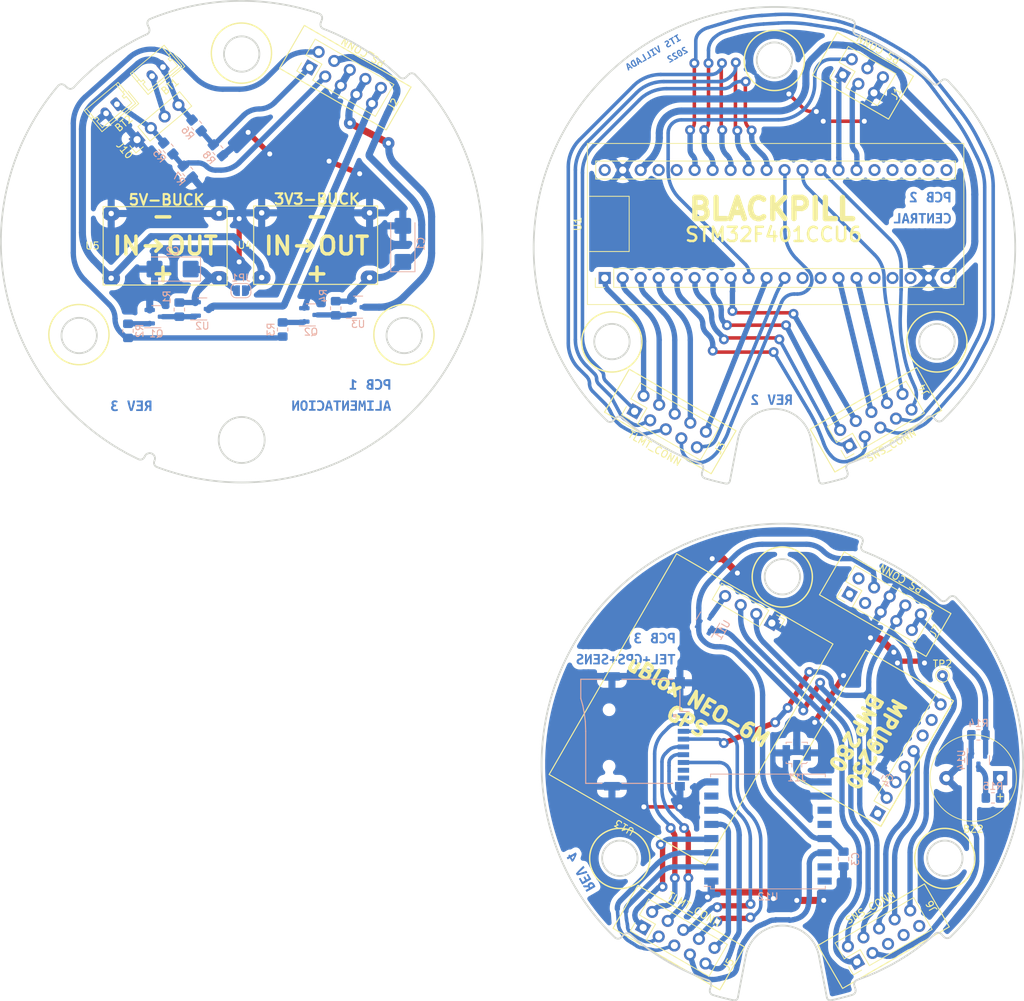
<source format=kicad_pcb>
(kicad_pcb (version 20221018) (generator pcbnew)
  (layers (0 "F.Cu" signal) (31 "B.Cu" signal) (34 "B.Paste" user) (35 "F.Paste" user) (36 "B.SilkS" user "B.Silkscreen") (37 "F.SilkS" user "F.Silkscreen") (38 "B.Mask" user) (39 "F.Mask" user) (44 "Edge.Cuts" user))
  (net 0 "")
  (net 1 "/Placa Alimentacion/BAT1")
  (net 2 "Net-(BT1--)")
  (net 3 "/Placa Alimentacion/BAT0")
  (net 4 "/Placa Alimentacion/GND")
  (net 5 "Net-(BZ2--)")
  (net 6 "/Placa Telemetria/BZ")
  (net 7 "/Placa Alimentacion/+3V3")
  (net 8 "/Placa Alimentacion/+5V")
  (net 9 "/Placa Telemetria/GND")
  (net 10 "/Placa Telemetria/+3V3")
  (net 11 "/Placa Telemetria/+3V3_SW")
  (net 12 "/Placa Central/VBAT1")
  (net 13 "/Placa Central/S_EN")
  (net 14 "/Placa Central/VBAT0")
  (net 15 "/Placa Central/+3V3")
  (net 16 "/Placa Central/GND")
  (net 17 "/Placa Alimentacion/VBAT1")
  (net 18 "/Placa Alimentacion/M_EN")
  (net 19 "/Placa Alimentacion/VBAT0")
  (net 20 "/Placa Alimentacion/+3V3_SW")
  (net 21 "/Placa Alimentacion/+5V_SW")
  (net 22 "/Placa Central/SCK_LoRa")
  (net 23 "/Placa Central/DAT3_uSD")
  (net 24 "/Placa Central/MISO_LoRa")
  (net 25 "/Placa Central/CLK_uSD")
  (net 26 "/Placa Central/MOSI_LoRa")
  (net 27 "/Placa Central/DAT0_uSD")
  (net 28 "/Placa Central/D0_LoRa")
  (net 29 "/Placa Central/CMD_uSD")
  (net 30 "/Placa Central/RST_LoRa")
  (net 31 "/Placa Central/NSS_LoRa")
  (net 32 "/Placa Central/RX_GPS")
  (net 33 "/Placa Central/TX_GPS")
  (net 34 "/Placa Central/GPS_EN")
  (net 35 "/Placa Central/BZ")
  (net 36 "/Placa Central/SERVO2")
  (net 37 "/Placa Central/SCL")
  (net 38 "/Placa Central/SERVO1")
  (net 39 "/Placa Central/SDA")
  (net 40 "/Placa Central/AQS_MQ")
  (net 41 "/Placa Central/INT_MPU")
  (net 42 "/Placa Telemetria/SKC_LoRa")
  (net 43 "/Placa Telemetria/DAT3_uSD")
  (net 44 "/Placa Telemetria/MISO_LoRa")
  (net 45 "/Placa Telemetria/CLK_uSD")
  (net 46 "/Placa Telemetria/MOSI_LoRa")
  (net 47 "/Placa Telemetria/DAT0_uSD")
  (net 48 "/Placa Telemetria/D0_LoRa")
  (net 49 "/Placa Telemetria/CMD_uSD")
  (net 50 "/Placa Telemetria/RST_LoRa")
  (net 51 "/Placa Telemetria/NSS_LoRa")
  (net 52 "/Placa Telemetria/RX_GPS")
  (net 53 "/Placa Telemetria/TX_GPS")
  (net 54 "/Placa Telemetria/GPS_EN")
  (net 56 "/Placa Telemetria/SCL")
  (net 58 "/Placa Telemetria/SDA")
  (net 60 "/Placa Telemetria/INT_MPU")
  (net 61 "/Placa Telemetria/+5V_SW")
  (net 62 "Net-(J11-Pin_1)")
  (net 63 "Net-(Q1-B)")
  (net 64 "Net-(Q1-C)")
  (net 65 "Net-(Q2-B)")
  (net 66 "Net-(Q2-C)")
  (net 67 "Net-(U14-D)")
  (net 76 "Net-(U11-D)")
  (footprint "Connector_PinHeader_2.54mm:PinHeader_1x04_P2.54mm_Vertical" (layer "F.Cu") (at 82.108384 40.399446 130)
    (fp_text reference "J10")
    (fp_text value "Conn_01x04_Male")
  )
  (footprint "mCALCAN_lib:PCB_CONN" (layer "F.Cu") (at 157.4 80.2 -30)
    (fp_text reference "J3")
    (fp_text value "TLMT_CONN")
  )
  (footprint "mCALCAN_lib:GY-91_Breakout" (layer "F.Cu") (at 185.321027 124.315948 150)
    (fp_text reference "U8")
    (fp_text value "GY-91")
  )
  (footprint "mCALCAN_lib:PCB_CONN" (layer "F.Cu") (at 187.517852 152.875397 30)
    (fp_text reference "J6")
    (fp_text value "SNS_CONN")
  )
  (footprint "mCALCAN_lib:Mini360_step-down" (layer "F.Cu") (at 107.319352 55.306853)
    (fp_text reference "U4")
    (fp_text value "Mini360")
  )
  (footprint "mCALCAN_lib:PCB_CONN" (layer "F.Cu") (at 158.609262 153.091414 -30)
    (fp_text reference "J5")
    (fp_text value "TLMT_CONN")
  )
  (footprint "Buzzer_Beeper:Buzzer_12x9.5RM7.6" (layer "F.Cu") (at 203.983999 130.556002 180)
    (fp_text reference "BZ2")
    (fp_text value "Buzzer")
  )
  (footprint "mCALCAN_lib:PCB_CONN" (layer "F.Cu") (at 111.5125 31.650001 -30)
    (fp_text reference "J2")
    (fp_text value "PS_CONN")
  )
  (footprint "TestPoint:TestPoint_THTPad_D1.5mm_Drill0.7mm" (layer "F.Cu") (at 195.834 116.078)
    (fp_text reference "TP2")
    (fp_text value "INT_MPU")
  )
  (footprint "Connector_Molex:Molex_Micro-Latch_53253-0270_1x02_P2.00mm_Vertical" (layer "F.Cu") (at 79.2625 35.400001 -140)
    (fp_text reference "BT2")
    (fp_text value "Battery_Cell")
  )
  (footprint "mCALCAN_lib:uBlox-NEO-6M_Breakout" (layer "F.Cu") (at 160.206233 121.05119 150)
    (fp_text reference "U13")
    (fp_text value "uBlox_NEO-6M_Breakout")
  )
  (footprint "mCALCAN_lib:PCB_CONN" (layer "F.Cu") (at 187.754091 105.997521 -30)
    (fp_text reference "J7")
    (fp_text value "PS_CONN")
  )
  (footprint "mCALCAN_lib:PCB_CONN_S" (layer "F.Cu") (at 184.85 31.6 60)
    (fp_text reference "J1")
    (fp_text value "PS_CONN")
  )
  (footprint "mCALCAN_lib:PCB_CONN" (layer "F.Cu") (at 186.431909 79.955521 30)
    (fp_text reference "J4")
    (fp_text value "SNS_CONN")
  )
  (footprint "mCALCAN_lib:YAAJ_BluePill_2" (layer "F.Cu") (at 148.143704 59.931852 90)
    (fp_text reference "U1")
    (fp_text value "YAAJ_BluePill_Part_Like" hide)
  )
  (footprint "mCALCAN_lib:Mini360_step-down" (layer "F.Cu") (at 86.069352 55.400001)
    (fp_text reference "U5")
    (fp_text value "Mini360")
  )
  (footprint "Connector_Molex:Molex_Micro-Latch_53253-0270_1x02_P2.00mm_Vertical" (layer "F.Cu") (at 85.7625 30.150001 -140)
    (fp_text reference "BT1")
    (fp_text value "Battery_Cell")
  )
  (footprint "Capacitor_Tantalum_SMD:CP_EIA-6032-15_Kemet-U_Pad2.25x2.35mm_HandSolder" (layer "B.Cu") (at 119.634 55.118 90)
    (fp_text reference "C1")
    (fp_text value "C_Polarized")
  )
  (footprint "kibuzzard-655ED218" (layer "B.Cu") (at 144.78 143.764 120)
    (fp_text reference "kibuzzard-655ED218" hide)
    (fp_text value "G***" hide)
  )
  (footprint "Resistor_SMD:R_0805_2012Metric_Pad1.20x1.40mm_HandSolder" (layer "B.Cu") (at 89.2625 44.900001 -50)
    (fp_text reference "R7")
    (fp_text value "330K")
  )
  (footprint "Resistor_SMD:R_0805_2012Metric_Pad1.20x1.40mm_HandSolder" (layer "B.Cu") (at 202.962 133.35 180)
    (fp_text reference "R15")
    (fp_text value "1K")
  )
  (footprint "kibuzzard-634739B3" (layer "B.Cu") (at 171.7 77.1 180)
    (fp_text reference "kibuzzard-634739B3" hide)
    (fp_text value "G***" hide)
  )
  (footprint "Resistor_SMD:R_0805_2012Metric_Pad1.20x1.40mm_HandSolder" (layer "B.Cu") (at 110.157709 64.207706 90)
    (fp_text reference "R4")
    (fp_text value "100K")
  )
  (footprint "mCALCAN_lib:Conn_uSDcard" (layer "B.Cu") (at 148.76 123.952 90)
    (fp_text reference "XS1")
    (fp_text value "SD_ebay-uSD-push/push_SMD")
  )
  (footprint "Resistor_SMD:R_0805_2012Metric_Pad1.20x1.40mm_HandSolder" (layer "B.Cu") (at 80.825001 67.400001 90)
    (fp_text reference "R2")
    (fp_text value "15K")
  )
  (footprint "kibuzzard-63173EF4" (layer "B.Cu") (at 193 50 180)
    (fp_text reference "kibuzzard-63173EF4" hide)
    (fp_text value "G***" hide)
  )
  (footprint "Package_TO_SOT_SMD:SOT-23" (layer "B.Cu") (at 200.914 128.016 -90)
    (fp_text reference "U14")
    (fp_text value "SI2301DS")
  )
  (footprint "Capacitor_SMD:C_0805_2012Metric_Pad1.18x1.45mm_HandSolder" (layer "B.Cu") (at 181.864 141.986 90)
    (fp_text reference "C3")
    (fp_text value "100nF")
  )
  (footprint "Package_TO_SOT_SMD:SOT-23" (layer "B.Cu") (at 106.657707 65.150006)
    (fp_text reference "Q2")
    (fp_text value "BC817")
  )
  (footprint "Resistor_SMD:R_0805_2012Metric_Pad1.20x1.40mm_HandSolder" (layer "B.Cu") (at 200.914 124.46 180)
    (fp_text reference "R14")
    (fp_text value "10K")
  )
  (footprint "kibuzzard-63173E9C" (layer "B.Cu") (at 110.998 76.454 180)
    (fp_text reference "kibuzzard-63173E9C" hide)
    (fp_text value "G***" hide)
  )
  (footprint "kibuzzard-655F6654" (layer "B.Cu") (at 81.28 77.978 180)
    (fp_text reference "kibuzzard-655F6654" hide)
    (fp_text value "G***" hide)
  )
  (footprint "Resistor_SMD:R_0805_2012Metric_Pad1.20x1.40mm_HandSolder" (layer "B.Cu") (at 102.657711 67.207713 -90)
    (fp_text reference "R3")
    (fp_text value "15K")
  )
  (footprint "kibuzzard-655ED392" (layer "B.Cu") (at 151.13 112.268 180)
    (fp_text reference "kibuzzard-655ED392" hide)
    (fp_text value "G***" hide)
  )
  (footprint "RF_Module:HOPERF_RFM9XW_SMD" (layer "B.Cu") (at 171.196 138.096)
    (fp_text reference "U12")
    (fp_text value "RFM95W-868S2")
  )
  (footprint "kibuzzard-6319D247" (layer "B.Cu") (at 155.445393 28.934621 -150)
    (fp_text reference "kibuzzard-6319D247" hide)
    (fp_text value "G***" hide)
  )
  (footprint "Resistor_SMD:R_0805_2012Metric_Pad1.20x1.40mm_HandSolder" (layer "B.Cu") (at 88.075 64.400002 -90)
    (fp_text reference "R1")
    (fp_text value "100K")
  )
  (footprint "Jumper:SolderJumper-2_P1.3mm_Open_RoundedPad1.0x1.5mm" (layer "B.Cu") (at 96.774 61.722 180)
    (fp_text reference "JP1")
    (fp_text value "Jumper_2_Open")
  )
  (footprint "Resistor_SMD:R_0805_2012Metric_Pad1.20x1.40mm_HandSolder" (layer "B.Cu") (at 86.5125 41.650001 -50)
    (fp_text reference "R5")
    (fp_text value "100K")
  )
  (footprint "Connector_Coaxial:U.FL_Molex_MCRF_73412-0110_Vertical" (layer "B.Cu") (at 175.26 127 180)
    (fp_text reference "J11")
    (fp_text value "Antenna")
  )
  (footprint "Package_TO_SOT_SMD:SOT-23" (layer "B.Cu") (at 91.319352 64.306853)
    (fp_text reference "U2")
    (fp_text value "SI2301DS")
  )
  (footprint "Resistor_SMD:R_0805_2012Metric_Pad1.20x1.40mm_HandSolder" (layer "B.Cu") (at 90.5125 38.400001 -50)
    (fp_text reference "R6")
    (fp_text value "100K")
  )
  (footprint "Package_TO_SOT_SMD:SOT-23" (layer "B.Cu") (at 84.824997 65.400001)
    (fp_text reference "Q1")
    (fp_text value "BC817")
  )
  (footprint "Capacitor_SMD:C_0805_2012Metric_Pad1.18x1.45mm_HandSolder" (layer "B.Cu") (at 186.69 130.048 60)
    (fp_text reference "C4")
    (fp_text value "100nF")
  )
  (footprint "Package_TO_SOT_SMD:SOT-23" (layer "B.Cu") (at 113.319352 64.056853)
    (fp_text reference "U3")
    (fp_text value "SI2301DS")
  )
  (footprint "Package_TO_SOT_SMD:SOT-23" (layer "B.Cu") (at 162.714026 108.441101 60)
    (fp_text reference "U11")
    (fp_text value "SI2301DS")
  )
  (footprint "Capacitor_Tantalum_SMD:CP_EIA-6032-15_Kemet-U_Pad2.25x2.35mm_HandSolder" (layer "B.Cu") (at 87.122 58.674 180)
    (fp_text reference "C2")
    (fp_text value "C_Polarized")
  )
  (footprint "Resistor_SMD:R_0805_2012Metric_Pad1.20x1.40mm_HandSolder" (layer "B.Cu") (at 93.5125 41.900001 -50)
    (fp_text reference "R8")
    (fp_text value "68K")
  )
  (gr_line (start 83.2625 55.400001) (end 85.5125 55.400001) (stroke (width 0.5)) (layer "F.SilkS"))
  (gr_line (start 106.8875 55.400001) (end 106.1375 54.650001) (stroke (width 0.5)) (layer "F.SilkS"))
  (gr_line (start 85.5125 55.400001) (end 84.7625 54.650001) (stroke (width 0.5)) (layer "F.SilkS"))
  (gr_line (start 106.8875 55.400001) (end 106.1375 56.150001) (stroke (width 0.5)) (layer "F.SilkS"))
  (gr_circle (center 173.21627 102.159879) (end 177.46627 102.159879) (stroke (width 0.2)) (fill none) (layer "F.SilkS"))
  (gr_line (start 151.6 56.2) (end 146 56.2) (stroke (width 0.12)) (layer "F.SilkS"))
  (gr_circle (center 96.842827 28.180001) (end 101.092827 28.180001) (stroke (width 0.2)) (fill none) (layer "F.SilkS"))
  (gr_line (start 104.6375 55.400001) (end 106.8875 55.400001) (stroke (width 0.5)) (layer "F.SilkS"))
  (gr_circle (center 196.165943 141.909879) (end 200.415943 141.909879) (stroke (width 0.2)) (fill none) (layer "F.SilkS"))
  (gr_circle (center 73.893154 67.930001) (end 78.143154 67.930001) (stroke (width 0.2)) (fill none) (layer "F.SilkS"))
  (gr_line (start 85.5125 55.400001) (end 84.7625 56.150001) (stroke (width 0.5)) (layer "F.SilkS"))
  (gr_line (start 146 48.4) (end 151.6 48.4) (stroke (width 0.12)) (layer "F.SilkS"))
  (gr_circle (center 172.094031 29.215676) (end 176.344031 29.215676) (stroke (width 0.2)) (fill none) (layer "F.SilkS"))
  (gr_circle (center 119.7925 67.930001) (end 124.0425 67.930001) (stroke (width 0.2)) (fill none) (layer "F.SilkS"))
  (gr_circle (center 150.266597 141.909879) (end 154.516597 141.909879) (stroke (width 0.2)) (fill none) (layer "F.SilkS"))
  (gr_line (start 151.6 48.4) (end 151.6 56.2) (stroke (width 0.12)) (layer "F.SilkS"))
  (gr_circle (center 195.043704 68.965676) (end 199.293704 68.965676) (stroke (width 0.2)) (fill none) (layer "F.SilkS"))
  (gr_circle (center 149.144358 68.965676) (end 153.394358 68.965676) (stroke (width 0.2)) (fill none) (layer "F.SilkS"))
  (gr_arc (start 182.002645 88.199595) (mid 180.502038 88.618563) (end 178.983815 88.968353) (stroke (width 0.25)) (layer "Edge.Cuts"))
  (gr_line (start 150.838844 152.664596) (end 150.497964 153.030517) (stroke (width 0.25)) (layer "Edge.Cuts"))
  (gr_arc (start 166.947207 161.535992) (mid 166.733976 161.857904) (end 166.355009 161.931927) (stroke (width 0.25)) (layer "Edge.Cuts"))
  (gr_arc (start 168.070692 155.650015) (mid 173.228 151.384) (end 178.385308 155.650015) (stroke (width 0.25)) (layer "Edge.Cuts"))
  (gr_line (start 149.721668 79.701022) (end 149.380788 80.066943) (stroke (width 0.25)) (layer "Edge.Cuts"))
  (gr_arc (start 165.237833 88.968353) (mid 163.767776 88.630792) (end 162.314135 88.228369) (stroke (width 0.25)) (layer "Edge.Cuts"))
  (gr_arc (start 108.414485 24.742434) (mid 114.13939 27.622485) (end 119.180638 31.579131) (stroke (width 0.25)) (layer "Edge.Cuts"))
  (gr_arc (start 166.355009 161.931927) (mid 164.884952 161.594366) (end 163.431311 161.191943) (stroke (width 0.25)) (layer "Edge.Cuts"))
  (gr_arc (start 195.678554 32.075454) (mid 196.144416 31.884853) (end 196.606667 32.084027) (stroke (width 0.25)) (layer "Edge.Cuts"))
  (gr_arc (start 196.79573 105.039028) (mid 197.261592 104.848425) (end 197.723843 105.047601) (stroke (width 0.25)) (layer "Edge.Cuts"))
  (gr_arc (start 182.276859 86.900991) (mid 182.312762 86.41076) (end 182.681579 86.085833) (stroke (width 0.25)) (layer "Edge.Cuts"))
  (gr_arc (start 161.629025 86.1166) (mid 161.998801 86.44045) (end 162.036126 86.930572) (stroke (width 0.25)) (layer "Edge.Cuts"))
  (gr_arc (start 107.803492 22.608042) (mid 108.180325 22.94172) (end 108.205946 23.444402) (stroke (width 0.25)) (layer "Edge.Cuts"))
  (gr_arc (start 166.953516 82.686441) (mid 172.110824 78.420426) (end 177.268132 82.686441) (stroke (width 0.25)) (layer "Edge.Cuts"))
  (gr_arc (start 195.325112 32.429255) (mid 194.87201 32.619877) (end 194.415062 32.438721) (stroke (width 0.25)) (layer "Edge.Cuts"))
  (gr_arc (start 183.648909 25.602024) (mid 189.373814 28.482075) (end 194.415062 32.438721) (stroke (width 0.25)) (layer "Edge.Cuts"))
  (gr_line (start 195.325112 32.429255) (end 195.678554 32.075454) (stroke (width 0.25)) (layer "Edge.Cuts"))
  (gr_arc (start 193.660851 79.596915) (mid 188.495654 83.390327) (end 182.681579 86.085833) (stroke (width 0.25)) (layer "Edge.Cuts"))
  (gr_circle (center 195.060497 68.917133) (end 197.560497 68.917133) (stroke (width 0.25)) (fill none) (layer "Edge.Cuts"))
  (gr_circle (center 119.826073 68.057543) (end 122.326073 68.057543) (stroke (width 0.25)) (fill none) (layer "Edge.Cuts"))
  (gr_arc (start 184.766085 98.565598) (mid 184.407824 98.229051) (end 184.387639 97.737915) (stroke (width 0.25)) (layer "Edge.Cuts"))
  (gr_arc (start 120.44413 31.215864) (mid 120.909992 31.025263) (end 121.372243 31.224437) (stroke (width 0.25)) (layer "Edge.Cuts"))
  (gr_arc (start 83.157781 85.201699) (mid 82.789237 85.544512) (end 82.286433 85.521417) (stroke (width 0.25)) (layer "Edge.Cuts"))
  (gr_line (start 182.276859 86.900991) (end 182.431639 87.376533) (stroke (width 0.25)) (layer "Edge.Cuts"))
  (gr_arc (start 180.100991 161.931927) (mid 179.722019 161.857916) (end 179.508793 161.535992) (stroke (width 0.25)) (layer "Edge.Cuts"))
  (gr_arc (start 149.570117 153.054339) (mid 144.209677 110.906538) (end 184.155092 96.431206) (stroke (width 0.25)) (layer "Edge.Cuts"))
  (gr_arc (start 121.372243 31.224437) (mid 125.283622 73.495479) (end 84.917731 86.638337) (stroke (width 0.25)) (layer "Edge.Cuts"))
  (gr_arc (start 196.442288 105.392829) (mid 195.989186 105.583479) (end 195.532238 105.402295) (stroke (width 0.25)) (layer "Edge.Cuts"))
  (gr_arc (start 183.119821 161.163169) (mid 181.619214 161.582137) (end 180.100991 161.931927) (stroke (width 0.25)) (layer "Edge.Cuts"))
  (gr_line (start 83.157781 85.201699) (end 83.199794 85.108617) (stroke (width 0.25)) (layer "Edge.Cuts"))
  (gr_line (start 108.036039 23.914751) (end 108.205946 23.444402) (stroke (width 0.25)) (layer "Edge.Cuts"))
  (gr_line (start 163.153302 159.894146) (end 162.999913 160.370138) (stroke (width 0.25)) (layer "Edge.Cuts"))
  (gr_arc (start 83.199794 85.108617) (mid 84.176436 84.726782) (end 84.5802 85.694564) (stroke (width 0.25)) (layer "Edge.Cuts"))
  (gr_arc (start 183.648909 25.602024) (mid 183.290649 25.265463) (end 183.270463 24.774341) (stroke (width 0.25)) (layer "Edge.Cuts"))
  (gr_line (start 178.385308 155.650015) (end 179.508793 161.535992) (stroke (width 0.25)) (layer "Edge.Cuts"))
  (gr_line (start 196.442288 105.392829) (end 196.79573 105.039028) (stroke (width 0.25)) (layer "Edge.Cuts"))
  (gr_arc (start 183.037916 23.467632) (mid 183.414732 23.801311) (end 183.44037 24.303992) (stroke (width 0.25)) (layer "Edge.Cuts"))
  (gr_arc (start 182.431639 87.376533) (mid 182.389973 87.878143) (end 182.002645 88.199595) (stroke (width 0.25)) (layer "Edge.Cuts"))
  (gr_arc (start 83.609237 24.213628) (mid 83.603396 23.710328) (end 83.958644 23.353755) (stroke (width 0.25)) (layer "Edge.Cuts"))
  (gr_arc (start 108.414485 24.742434) (mid 108.056237 24.405877) (end 108.036039 23.914751) (stroke (width 0.25)) (layer "Edge.Cuts"))
  (gr_arc (start 120.090688 31.569665) (mid 119.637586 31.760258) (end 119.180638 31.579131) (stroke (width 0.25)) (layer "Edge.Cuts"))
  (gr_arc (start 149.380788 80.066943) (mid 148.921866 80.273671) (end 148.452941 80.090765) (stroke (width 0.25)) (layer "Edge.Cuts"))
  (gr_arc (start 162.314135 88.228369) (mid 161.925884 87.908046) (end 161.882737 87.406564) (stroke (width 0.25)) (layer "Edge.Cuts"))
  (gr_arc (start 194.778027 152.560489) (mid 195.240543 152.394083) (end 195.68731 152.599052) (stroke (width 0.25)) (layer "Edge.Cuts"))
  (gr_circle (center 96.8764 28.307543) (end 99.3764 28.307543) (stroke (width 0.25)) (fill none) (layer "Edge.Cuts"))
  (gr_arc (start 196.606667 32.084027) (mid 206.109553 56.210881) (end 195.839994 80.021511) (stroke (width 0.25)) (layer "Edge.Cuts"))
  (gr_arc (start 82.286433 85.521417) (mid 63.632715 61.953637) (end 70.953876 32.802272) (stroke (width 0.25)) (layer "Edge.Cuts"))
  (gr_arc (start 178.983815 88.968353) (mid 178.604823 88.894344) (end 178.391617 88.572418) (stroke (width 0.25)) (layer "Edge.Cuts"))
  (gr_arc (start 83.809427 24.675264) (mid 83.819958 25.166692) (end 83.483441 25.524978) (stroke (width 0.25)) (layer "Edge.Cuts"))
  (gr_arc (start 184.766085 98.565598) (mid 190.49099 101.445649) (end 195.532238 105.402295) (stroke (width 0.25)) (layer "Edge.Cuts"))
  (gr_arc (start 162.746201 159.080174) (mid 163.115977 159.404024) (end 163.153302 159.894146) (stroke (width 0.25)) (layer "Edge.Cuts"))
  (gr_circle (center 73.926727 68.057543) (end 76.426727 68.057543) (stroke (width 0.25)) (fill none) (layer "Edge.Cuts"))
  (gr_arc (start 197.723843 105.047601) (mid 207.226729 129.174455) (end 196.95717 152.985085) (stroke (width 0.25)) (layer "Edge.Cuts"))
  (gr_line (start 165.830031 88.572418) (end 166.953516 82.686441) (stroke (width 0.25)) (layer "Edge.Cuts"))
  (gr_circle (center 149.161151 68.917133) (end 151.661151 68.917133) (stroke (width 0.25)) (fill none) (layer "Edge.Cuts"))
  (gr_arc (start 183.394035 159.864565) (mid 183.429933 159.374344) (end 183.798755 159.049407) (stroke (width 0.25)) (layer "Edge.Cuts"))
  (gr_arc (start 149.721668 79.701022) (mid 150.167833 79.494747) (end 150.630833 79.659802) (stroke (width 0.25)) (layer "Edge.Cuts"))
  (gr_line (start 184.387639 97.737915) (end 184.557546 97.267566) (stroke (width 0.25)) (layer "Edge.Cuts"))
  (gr_line (start 84.542427 85.789447) (end 84.5802 85.694564) (stroke (width 0.25)) (layer "Edge.Cuts"))
  (gr_line (start 162.036126 86.930572) (end 161.882737 87.406564) (stroke (width 0.25)) (layer "Edge.Cuts"))
  (gr_arc (start 150.838844 152.664596) (mid 151.285009 152.458321) (end 151.748009 152.623376) (stroke (width 0.25)) (layer "Edge.Cuts"))
  (gr_line (start 195.68731 152.599052) (end 196.029257 152.963975) (stroke (width 0.25)) (layer "Edge.Cuts"))
  (gr_line (start 194.570134 79.635478) (end 194.912081 80.000401) (stroke (width 0.25)) (layer "Edge.Cuts"))
  (gr_arc (start 193.660851 79.596915) (mid 194.123367 79.430511) (end 194.570134 79.635478) (stroke (width 0.25)) (layer "Edge.Cuts"))
  (gr_line (start 177.268132 82.686441) (end 178.391617 88.572418) (stroke (width 0.25)) (layer "Edge.Cuts"))
  (gr_circle (center 96.8764 82.811252) (end 100.1264 82.811252) (stroke (width 0.25)) (fill none) (layer "Edge.Cuts"))
  (gr_arc (start 184.155092 96.431206) (mid 184.531962 96.764887) (end 184.557546 97.267566) (stroke (width 0.25)) (layer "Edge.Cuts"))
  (gr_arc (start 83.958644 23.353755) (mid 95.813523 20.821082) (end 107.803492 22.608042) (stroke (width 0.25)) (layer "Edge.Cuts"))
  (gr_arc (start 162.746201 159.080174) (mid 156.924271 156.401674) (end 151.748009 152.623376) (stroke (width 0.25)) (layer "Edge.Cuts"))
  (gr_arc (start 163.431311 161.191943) (mid 163.04306 160.87162) (end 162.999913 160.370138) (stroke (width 0.25)) (layer "Edge.Cuts"))
  (gr_arc (start 73.165677 33.021271) (mid 77.949715 28.757195) (end 83.483441 25.524978) (stroke (width 0.25)) (layer "Edge.Cuts"))
  (gr_arc (start 150.497964 153.030517) (mid 150.039042 153.237245) (end 149.570117 153.054339) (stroke (width 0.25)) (layer "Edge.Cuts"))
  (gr_circle (center 196.177673 141.880707) (end 198.677673 141.880707) (stroke (width 0.25)) (fill none) (layer "Edge.Cuts"))
  (gr_circle (center 150.278327 141.880707) (end 152.778327 141.880707) (stroke (width 0.25)) (fill none) (layer "Edge.Cuts"))
  (gr_line (start 183.270463 24.774341) (end 183.44037 24.303992) (stroke (width 0.25)) (layer "Edge.Cuts"))
  (gr_arc (start 196.95717 152.985085) (mid 196.488792 153.169271) (end 196.029257 152.963975) (stroke (width 0.25)) (layer "Edge.Cuts"))
  (gr_arc (start 195.839994 80.021511) (mid 195.371616 80.205727) (end 194.912081 80.000401) (stroke (width 0.25)) (layer "Edge.Cuts"))
  (gr_arc (start 165.830031 88.572418) (mid 165.6168 88.89433) (end 165.237833 88.968353) (stroke (width 0.25)) (layer "Edge.Cuts"))
  (gr_line (start 120.090688 31.569665) (end 120.44413 31.215864) (stroke (width 0.25)) (layer "Edge.Cuts"))
  (gr_arc (start 161.629025 86.1166) (mid 155.807096 83.4381) (end 150.630833 79.659802) (stroke (width 0.25)) (layer "Edge.Cuts"))
  (gr_circle (center 173.228 102.130707) (end 175.728 102.130707) (stroke (width 0.25)) (fill none) (layer "Edge.Cuts"))
  (gr_arc (start 70.953876 32.802272) (mid 71.402775 32.574598) (end 71.879637 32.735682) (stroke (width 0.25)) (layer "Edge.Cuts"))
  (gr_arc (start 194.778027 152.560489) (mid 189.61283 156.353901) (end 183.798755 159.049407) (stroke (width 0.25)) (layer "Edge.Cuts"))
  (gr_line (start 183.394035 159.864565) (end 183.548815 160.340107) (stroke (width 0.25)) (layer "Edge.Cuts"))
  (gr_arc (start 183.548815 160.340107) (mid 183.507145 160.841713) (end 183.119821 161.163169) (stroke (width 0.25)) (layer "Edge.Cuts"))
  (gr_arc (start 73.165677 33.021271) (mid 72.720938 33.230602) (end 72.256816 33.068727) (stroke (width 0.25)) (layer "Edge.Cuts"))
  (gr_line (start 71.879637 32.735682) (end 72.256816 33.068727) (stroke (width 0.25)) (layer "Edge.Cuts"))
  (gr_line (start 166.947207 161.535992) (end 168.070692 155.650015) (stroke (width 0.25)) (layer "Edge.Cuts"))
  (gr_line (start 83.809427 24.675264) (end 83.609237 24.213628) (stroke (width 0.25)) (layer "Edge.Cuts"))
  (gr_arc (start 148.452941 80.090765) (mid 143.092501 37.942964) (end 183.037916 23.467632) (stroke (width 0.25)) (layer "Edge.Cuts"))
  (gr_arc (start 84.917731 86.638337) (mid 84.55184 86.292693) (end 84.542427 85.789447) (stroke (width 0.25)) (layer "Edge.Cuts"))
  (gr_circle (center 172.110824 29.167133) (end 174.610824 29.167133) (stroke (width 0.25)) (fill none) (layer "Edge.Cuts"))
  (gr_text "PS_CONN" (at 189.992 102.362 150) (layer "F.SilkS") (effects (font (size 1 1))))
  (gr_text "uBlox NEO-6M\nGPS" (at 160.528 121.158 -30) (layer "F.SilkS") (effects (font (size 2 2) (thickness 0.5))))
  (gr_text "PS_CONN" (at 186.8 27.6 150) (layer "F.SilkS") (effects (font (size 1 1))))
  (gr_text "IN" (at 80.6375 55.400001) (layer "F.SilkS") (effects (font (size 2.5 2.5) (thickness 0.5))))
  (gr_text "IN" (at 102.0125 55.400001) (layer "F.SilkS") (effects (font (size 2.5 2.5) (thickness 0.5))))
  (gr_text "5V-BUCK" (at 86.2625 48.900001) (layer "F.SilkS") (effects (font (size 1.5 1.5) (thickness 0.3))))
  (gr_text "BLACKPILL" (at 171.8 50.2) (layer "F.SilkS") (effects (font (size 3 3) (thickness 0.75))))
  (gr_text "OUT" (at 89.8875 55.400001) (layer "F.SilkS") (effects (font (size 2.5 2.5) (thickness 0.5))))
  (gr_text "OUT" (at 111.2625 55.400001) (layer "F.SilkS") (effects (font (size 2.5 2.5) (thickness 0.5))))
  (gr_text "SNS_CONN" (at 185.674 148.844 30) (layer "F.SilkS") (effects (font (size 1 1))))
  (gr_text "-\n\n+" (at 85.7625 55.150001) (layer "F.SilkS") (effects (font (size 2.5 2.5) (thickness 0.5))))
  (gr_text "TLMT_CONN" (at 155.2 84 330) (layer "F.SilkS") (effects (font (size 1 1))))
  (gr_text "STM32F401CCU6" (at 172 53.8) (layer "F.SilkS") (effects (font (size 2 2) (thickness 0.35))))
  (gr_text "SNS_CONN" (at 188.6 83.6 30) (layer "F.SilkS") (effects (font (size 1 1))))
  (gr_text "MPU9250\nBMP280" (at 184.989839 124.931342 -120) (layer "F.SilkS") (effects (font (size 2 2) (thickness 0.5))))
  (gr_text "3V3-BUCK" (at 107.5 48.8) (layer "F.SilkS") (effects (font (size 1.5 1.5) (thickness 0.3))))
  (gr_text "TLMT_CONN" (at 160.782 149.098 330) (layer "F.SilkS") (effects (font (size 1 1))))
  (gr_text "-\n\n+" (at 107.5125 55.150001) (layer "F.SilkS") (effects (font (size 2.5 2.5) (thickness 0.5))))
  (segment (start 78.449352 59.970001) (end 81.714725 56.530372) (width 1) (layer "B.Cu") (net 1))
  (segment (start 87.938791 35.444552) (end 89.869712 37.633957) (width 0.75) (layer "B.Cu") (net 1))
  (segment (start 97.424 61.722) (end 99.699352 59.876853) (width 0.75) (layer "B.Cu") (net 1))
  (segment (start 84.055393 29.150001) (end 83.8375 29.150001) (width 1) (layer "B.Cu") (net 1))
  (segment (start 81.714725 56.461275) (end 84.074 54.102) (width 1) (layer "B.Cu") (net 1))
  (segment (start 76.066468 35.192978) (end 82.219018 29.762135) (width 1) (layer "B.Cu") (net 1))
  (segment (start 99.6425 59.000001) (end 99.6425 59.970001) (width 1) (layer "B.Cu") (net 1))
  (segment (start 95.714499 54.102) (end 98.956606 57.344107) (width 1) (layer "B.Cu") (net 1))
  (segment (start 84.074 54.102) (end 95.714499 54.102) (width 1) (layer "B.Cu") (net 1))
  (segment (start 86.031327 30.804013) (end 87.938791 35.444552) (width 0.75) (layer "B.Cu") (net 1))
  (segment (start 78.449352 59.970001) (end 75.957877 57.396855) (width 1) (layer "B.Cu") (net 1))
  (segment (start 74.3875 38.914493) (end 74.3875 53.517458) (width 1) (layer "B.Cu") (net 1))
  (segment (start 81.714725 56.530372) (end 81.714725 56.461275) (width 1) (layer "B.Cu") (net 1))
  (arc (start 83.8375 29.150001) (mid 82.972313 29.308147) (end 82.219018 29.762135) (width 1) (layer "B.Cu") (net 1))
  (arc (start 75.957877 57.396855) (mid 74.79498 55.610052) (end 74.3875 53.517458) (width 1) (layer "B.Cu") (net 1))
  (arc (start 98.956606 57.344107) (mid 99.464241 58.103837) (end 99.6425 59.000001) (width 1) (layer "B.Cu") (net 1))
  (arc (start 84.055393 29.150001) (mid 84.708674 29.279946) (end 85.2625 29.650001) (width 1) (layer "B.Cu") (net 1))
  (arc (start 85.2625 29.650001) (mid 85.704138 30.188882) (end 86.031327 30.804013) (width 1) (layer "B.Cu") (net 1))
  (arc (start 76.066468 35.192978) (mid 74.826669 36.873132) (end 74.3875 38.914493) (width 1) (layer "B.Cu") (net 1))
  (segment (start 85.993038 37.077233) (end 84.230411 31.435576) (width 0.75) (layer "B.Cu") (net 2))
  (segment (start 84.047285 38.709913) (end 85.869712 40.883957) (width 0.75) (layer "B.Cu") (net 3))
  (segment (start 84.047285 38.709913) (end 79.2625 35.400001) (width 0.75) (layer "B.Cu") (net 3))
  (segment (start 97.79 39.37) (end 100.838 42.418) (width 0.75) (layer "F.Cu") (net 4))
  (segment (start 109.22 43.434) (end 113.538 45.212) (width 0.75) (layer "F.Cu") (net 4))
  (segment (start 96.52 51.562) (end 96.52 57.658) (width 0.75) (layer "F.Cu") (net 4))
  (via (at 97.79 39.37) (size 1.7) (drill 0.7) (layers "F.Cu" "B.Cu") (net 4))
  (via (at 113.538 45.212) (size 1.7) (drill 0.7) (layers "F.Cu" "B.Cu") (net 4))
  (via (at 109.22 43.434) (size 1.7) (drill 0.7) (layers "F.Cu" "B.Cu") (net 4))
  (via (at 96.52 57.658) (size 1.7) (drill 0.7) (layers "F.Cu" "B.Cu") (net 4))
  (via (at 96.52 51.562) (size 1.7) (drill 0.7) (layers "F.Cu" "B.Cu") (net 4))
  (via (at 100.838 42.418) (size 1.7) (drill 0.7) (layers "F.Cu" "B.Cu") (net 4))
  (segment (start 83.887497 64.450001) (end 83.887497 62.551497) (width 1) (layer "B.Cu") (net 4))
  (segment (start 105.720207 64.200006) (end 106.4125 62.250001) (width 0.75) (layer "B.Cu") (net 4))
  (segment (start 203.962 133.349998) (end 203.962001 130.577999) (width 0.75) (layer "B.Cu") (net 5))
  (segment (start 197.534153 148.148923) (end 197.481037 148.213841) (width 0.75) (layer "B.Cu") (net 6))
  (segment (start 187.923874 155.696379) (end 185.955648 155.24958) (width 0.75) (layer "B.Cu") (net 6))
  (segment (start 195.657595 150.443969) (end 194.856496 151.424094) (width 0.75) (layer "B.Cu") (net 6))
  (segment (start 195.657595 150.443969) (end 197.374828 148.343696) (width 0.75) (layer "B.Cu") (net 6))
  (segment (start 197.481037 148.213841) (end 197.374828 148.343696) (width 0.75) (layer "B.Cu") (net 6))
  (segment (start 189.102999 155.449289) (end 189.038515 155.492497) (width 0.75) (layer "B.Cu") (net 6))
  (segment (start 193.086227 153.129727) (end 193.034464 153.156464) (width 0.75) (layer "B.Cu") (net 6))
  (segment (start 200.66 142.290613) (end 200.66 139.14842) (width 0.75) (layer "B.Cu") (net 6))
  (segment (start 193.85443 152.579431) (end 193.679958 152.753903) (width 0.75) (layer "B.Cu") (net 6))
  (segment (start 199.644 127.624774) (end 199.644 136.695579) (width 0.75) (layer "B.Cu") (net 6))
  (segment (start 193.357236 152.989745) (end 193.189754 153.076253) (width 0.75) (layer "B.Cu") (net 6))
  (segment (start 193.189754 153.076253) (end 193.086227 153.129727) (width 0.75) (layer "B.Cu") (net 6))
  (segment (start 199.804 127.2385) (end 199.964 127.0785) (width 0.75) (layer "B.Cu") (net 6))
  (segment (start 187.997047 155.70458) (end 188.341 155.70458) (width 0.75) (layer "B.Cu") (net 6))
  (segment (start 191.540228 154.052181) (end 192.055982 153.721346) (width 0.75) (layer "B.Cu") (net 6))
  (segment (start 199.898001 124.44575) (end 199.897998 127.01425) (width 0.75) (layer "B.Cu") (net 6))
  (segment (start 190.503009 154.584664) (end 189.877617 154.958629) (width 0.75) (layer "B.Cu") (net 6))
  (segment (start 194.856496 151.424094) (end 194.456029 151.914224) (width 0.75) (layer "B.Cu") (net 6))
  (arc (start 199.644 145.415) (mid 200.399618 143.933328) (end 200.66 142.290613) (width 0.75) (layer "B.Cu") (net 6))
  (arc (start 199.644 136.695579) (mid 199.776024 137.359313) (end 200.152 137.922) (width 0.75) (layer "B.Cu") (net 6))
  (arc (start 192.055982 153.721346) (mid 192.538615 153.427458) (end 193.034464 153.156464) (width 0.75) (layer "B.Cu") (net 6))
  (arc (start 199.644 127.624774) (mid 199.685582 127.415724) (end 199.804 127.2385) (width 0.75) (layer "B.Cu") (net 6))
  (arc (start 189.102999 155.449289) (mid 189.487154 155.19898) (end 189.877617 154.958629) (width 0.75) (layer "B.Cu") (net 6))
  (arc (start 191.540228 154.052181) (mid 191.288094 154.198644) (end 191.024039 154.322329) (width 0.75) (layer "B.Cu") (net 6))
  (arc (start 187.997047 155.70458) (mid 187.960231 155.702523) (end 187.923874 155.696379) (width 0.75) (layer "B.Cu") (net 6))
  (arc (start 190.503009 154.584664) (mid 190.758768 154.44405) (end 191.024039 154.322329) (width 0.75) (layer "B.Cu") (net 6))
  (arc (start 199.644 145.415) (mid 198.608534 146.796977) (end 197.534153 148.148923) (width 0.75) (layer "B.Cu") (net 6))
  (arc (start 193.85443 152.579431) (mid 194.163574 152.254374) (end 194.456029 151.914224) (width 0.75) (layer "B.Cu") (net 6))
  (arc (start 193.357236 152.989745) (mid 193.527713 152.884298) (end 193.679958 152.753903) (width 0.75) (layer "B.Cu") (net 6))
  (arc (start 188.341 155.70458) (mid 188.705522 155.650387) (end 189.038515 155.492497) (width 0.75) (layer "B.Cu") (net 6))
  (arc (start 200.152 137.922) (mid 200.527975 138.484686) (end 200.66 139.14842) (width 0.75) (layer "B.Cu") (net 6))
  (segment (start 112.207059 63.207706) (end 110.157709 63.207706) (width 0.75) (layer "B.Cu") (net 7))
  (segment (start 120.704207 48.568207) (end 114.963794 42.827794) (width 1) (layer "B.Cu") (net 7))
  (segment (start 121.341999 56.711999) (end 120.651872 57.402127) (width 1) (layer "B.Cu") (net 7))
  (segment (start 114.027224 29.454612) (end 116.177456 30.529728) (width 1) (layer "B.Cu") (net 7))
  (segment (start 113.03 29.007239) (end 112.875855 28.945715) (width 1) (layer "B.Cu") (net 7))
  (segment (start 119.368127 57.933872) (end 118.304008 58.997991) (width 1) (layer "B.Cu") (net 7))
  (segment (start 112.420929 62.431571) (end 114.8825 59.970001) (width 1) (layer "B.Cu") (net 7))
  (segment (start 112.220213 62.916144) (end 112.220213 63.194552) (width 1) (layer "B.Cu") (net 7))
  (segment (start 118.264402 32.236019) (end 118.395106 32.431921) (width 1) (layer "B.Cu") (net 7))
  (segment (start 122.298 52.415963) (end 122.298 54.404011) (width 1) (layer "B.Cu") (net 7))
  (segment (start 116.963996 30.996423) (end 116.961207 30.994487) (width 1) (layer "B.Cu") (net 7))
  (segment (start 118.236999 35.051999) (end 118.438394 34.64921) (width 1) (layer "B.Cu") (net 7))
  (segment (start 114.924735 42.367569) (end 116.557422 38.621645) (width 1) (layer "B.Cu") (net 7))
  (segment (start 116.182249 59.876853) (end 114.939352 59.876853) (width 1) (layer "B.Cu") (net 7))
  (segment (start 117.489811 36.583227) (end 117.412734 36.745138) (width 1) (layer "B.Cu") (net 7))
  (segment (start 111.391667 28.901906) (end 109.945295 29.284479) (width 1) (layer "B.Cu") (net 7))
  (arc (start 120.651872 57.402127) (mid 120.357378 57.598901) (end 120.01 57.668) (width 1) (layer "B.Cu") (net 7))
  (arc (start 114.873992 42.610992) (mid 114.897305 42.728327) (end 114.963794 42.827794) (width 1) (layer "B.Cu") (net 7))
  (arc (start 117.674598 31.556929) (mid 117.991053 31.877754) (end 118.264402 32.236019) (width 1) (layer "B.Cu") (net 7))
  (arc (start 112.220213 62.916144) (mid 112.272377 62.653895) (end 112.420929 62.431571) (width 1) (layer "B.Cu") (net 7))
  (arc (start 118.745 33.909) (mid 118.604831 34.284545) (end 118.438394 34.64921) (width 1) (layer "B.Cu") (net 7))
  (arc (start 112.141 28.80448) (mid 111.76318 28.828938) (end 111.391667 28.901906) (width 1) (layer "B.Cu") (net 7))
  (arc (start 118.395106 32.431921) (mid 118.593919 32.777782) (end 118.745 33.147) (width 1) (layer "B.Cu") (net 7))
  (arc (start 122.298 54.404011) (mid 122.049543 55.653085) (end 121.341999 56.711999) (width 1) (layer "B.Cu") (net 7))
  (arc (start 118.745 33.147) (mid 118.806827 33.528) (end 118.745 33.909) (width 1) (layer "B.Cu") (net 7))
  (arc (start 112.21636 63.203853) (mid 112.212092 63.206704) (end 112.207059 63.207706) (width 0.75) (layer "B.Cu") (net 7))
  (arc (start 112.875855 28.945715) (mid 112.515152 28.840108) (end 112.141 28.80448) (width 1) (layer "B.Cu") (net 7))
  (arc (start 117.412734 36.745138) (mid 116.977273 37.679834) (end 116.557422 38.621645) (width 1) (layer "B.Cu") (net 7))
  (arc (start 114.924735 42.367569) (mid 114.886812 42.486664) (end 114.873992 42.610992) (width 1) (layer "B.Cu") (net 7))
  (arc (start 120.01 57.668) (mid 119.662621 57.737097) (end 119.368127 57.933872) (width 1) (layer "B.Cu") (net 7))
  (arc (start 113.03 29.007239) (mid 113.533303 29.220467) (end 114.027224 29.454612) (width 1) (layer "B.Cu") (net 7))
  (arc (start 116.177456 30.529728) (mid 116.577655 30.748071) (end 116.961207 30.994487) (width 1) (layer "B.Cu") (net 7))
  (arc (start 116.963996 30.996423) (mid 117.327848 31.265835) (end 117.674598 31.556929) (width 1) (layer "B.Cu") (net 7))
  (arc (start 118.236999 35.051999) (mid 117.859702 35.815806) (end 117.489811 36.583227) (width 1) (layer "B.Cu") (net 7))
  (arc (start 118.304008 58.997991) (mid 117.330536 59.648444) (end 116.182249 59.876853) (width 1) (layer "B.Cu") (net 7))
  (arc (start 112.21636 63.203853) (mid 112.219211 63.199585) (end 112.220213 63.194552) (width 1) (layer "B.Cu") (net 7))
  (arc (start 120.704207 48.568207) (mid 121.883786 50.333572) (end 122.298 52.415963) (width 1) (layer "B.Cu") (net 7))
  (segment (start 90.325 63.414646) (end 90.325 62.76875) (width 1) (layer "B.Cu") (net 8))
  (segment (start 90.429 58.674) (end 89.672 58.674) (width 1) (layer "B.Cu") (net 8))
  (segment (start 93.0375 59.970001) (end 93.6325 59.970001) (width 1) (layer "B.Cu") (net 8))
  (segment (start 96.124 61.722) (end 93.689352 59.970001) (width 0.75) (layer "B.Cu") (net 8))
  (segment (start 93.085676 59.970001) (end 93.689352 59.970001) (width 1) (layer "B.Cu") (net 8))
  (segment (start 92.021771 60.390729) (end 90.806716 61.605784) (width 1) (layer "B.Cu") (net 8))
  (segment (start 91.721279 59.209279) (end 92.055137 59.543137) (width 1) (layer "B.Cu") (net 8))
  (segment (start 90.239648 63.400002) (end 88.075 63.400002) (width 0.75) (layer "B.Cu") (net 8))
  (arc (start 90.325 63.414646) (mid 90.315959 63.428175) (end 90.300001 63.425001) (width 0.75) (layer "B.Cu") (net 8))
  (arc (start 93.085676 59.970001) (mid 92.527952 59.859062) (end 92.055137 59.543137) (width 1) (layer "B.Cu") (net 8))
  (arc (start 90.806716 61.605784) (mid 90.450193 62.139357) (end 90.325 62.76875) (width 1) (layer "B.Cu") (net 8))
  (arc (start 90.300001 63.425001) (mid 90.27231 63.406499) (end 90.239648 63.400002) (width 0.75) (layer "B.Cu") (net 8))
  (arc (start 93.0375 59.970001) (mid 92.487791 60.079344) (end 92.021771 60.390729) (width 1) (layer "B.Cu") (net 8))
  (arc (start 90.429 58.674) (mid 91.128376 58.813114) (end 91.721279 59.209279) (width 1) (layer "B.Cu") (net 8))
  (segment (start 153.67 134.62) (end 158.75 134.62) (width 0.5) (layer "F.Cu") (net 9))
  (segment (start 171.958 147.574) (end 171.488039 147.104039) (width 1) (layer "F.Cu") (net 9))
  (segment (start 185.674 110.744) (end 186.309 110.744) (width 1) (layer "F.Cu") (net 9))
  (segment (start 163.322 99.568) (end 164.846 99.568) (width 1) (layer "F.Cu") (net 9))
  (segment (start 181.864 116.078) (end 177.8 122.682) (width 0.75) (layer "F.Cu") (net 9))
  (segment (start 170.353452 146.634078) (end 163.906009 146.634078) (width 1) (layer "F.Cu") (net 9))
  (segment (start 163.019253 147.001384) (end 162.651947 147.368691) (width 1) (layer "F.Cu") (net 9))
  (segment (start 175.26 147.828) (end 179.07 147.828) (width 1) (layer "F.Cu") (net 9))
  (segment (start 187.393012 111.193012) (end 188.976 112.776) (width 1) (layer "F.Cu") (net 9))
  (segment (start 192.860394 114.046) (end 189.917605 114.046) (width 0.75) (layer "F.Cu") (net 9))
  (segment (start 193.167 114.173) (end 193.294 114.3) (width 0.75) (layer "F.Cu") (net 9))
  (segment (start 164.846 99.568) (end 166.878 101.6) (width 1) (layer "F.Cu") (net 9))
  (segment (start 189.484 114.3) (end 189.611 114.173) (width 0.75) (layer "F.Cu") (net 9))
  (via (at 162.651947 147.368691) (size 1.4) (drill 0.7) (layers "F.Cu" "B.Cu") (net 9))
  (via (at 153.67 134.62) (size 1.4) (drill 0.7) (layers "F.Cu" "B.Cu") (net 9))
  (via (at 179.07 147.828) (size 1.4) (drill 0.7) (layers "F.Cu" "B.Cu") (net 9))
  (via (at 166.878 101.6) (size 1.4) (drill 0.7) (layers "F.Cu" "B.Cu") (net 9))
  (via (at 189.484 114.3) (size 1.4) (drill 0.7) (layers "F.Cu" "B.Cu") (net 9))
  (via (at 175.26 147.828) (size 1.4) (drill 0.7) (layers "F.Cu" "B.Cu") (net 9))
  (via (at 185.674 110.744) (size 1.4) (drill 0.7) (layers "F.Cu" "B.Cu") (net 9))
  (via (at 163.322 99.568) (size 1.4) (drill 0.7) (layers "F.Cu" "B.Cu") (net 9))
  (via (at 188.976 112.776) (size 1.4) (drill 0.7) (layers "F.Cu" "B.Cu") (net 9))
  (via (at 181.864 116.078) (size 1.4) (drill 0.7) (layers "F.Cu" "B.Cu") (net 9))
  (via (at 158.75 134.62) (size 1.4) (drill 0.7) (layers "F.Cu" "B.Cu") (net 9))
  (via (at 193.294 114.3) (size 1.4) (drill 0.7) (layers "F.Cu" "B.Cu") (net 9))
  (via (at 171.958 147.574) (size 1.4) (drill 0.7) (layers "F.Cu" "B.Cu") (net 9))
  (via (at 177.8 122.682) (size 1.4) (drill 0.7) (layers "F.Cu" "B.Cu") (net 9))
  (arc (start 193.167 114.173) (mid 193.026328 114.079006) (end 192.860394 114.046) (width 0.75) (layer "F.Cu") (net 9))
  (arc (start 170.353452 146.634078) (mid 170.967486 146.756216) (end 171.488039 147.104039) (width 1) (layer "F.Cu") (net 9))
  (arc (start 187.393012 111.193012) (mid 186.895663 110.860694) (end 186.309 110.744) (width 1) (layer "F.Cu") (net 9))
  (arc (start 163.019253 147.001384) (mid 163.4261 146.729537) (end 163.906009 146.634078) (width 1) (layer "F.Cu") (net 9))
  (arc (start 189.917605 114.046) (mid 189.751671 114.079006) (end 189.611 114.173) (width 0.75) (layer "F.Cu") (net 9))
  (segment (start 157.226 128.778) (end 157.226 128.382) (width 0.5) (layer "B.Cu") (net 9))
  (segment (start 162.923973 147.096664) (end 162.651947 147.368691) (width 1) (layer "B.Cu") (net 9))
  (segment (start 163.196 146.439934) (end 163.196 145.096) (width 1) (layer "B.Cu") (net 9))
  (segment (start 157.861 132.969) (end 158.496 133.604) (width 0.5) (layer "B.Cu") (net 9))
  (segment (start 157.226 129.57) (end 157.226 131.435974) (width 0.5) (layer "B.Cu") (net 9))
  (segment (start 189.23 131.145409) (end 187.20875 129.149499) (width 0.75) (layer "B.Cu") (net 9))
  (segment (start 157.506014 127.705985) (end 157.593 127.619) (width 0.5) (layer "B.Cu") (net 9))
  (segment (start 162.608 131.096) (end 163.196 131.096) (width 1) (layer "B.Cu") (net 9))
  (segment (start 161.604221 131.511778) (end 161.036 132.08) (width 1) (layer "B.Cu") (net 9))
  (segment (start 157.226 128.778) (end 157.226 129.57) (width 0.5) (layer "B.Cu") (net 9))
  (segment (start 158.479016 127.252) (end 159.26 127.252) (width 0.5) (layer "B.Cu") (net 9))
  (arc (start 157.506014 127.705985) (mid 157.298773 128.016143) (end 157.226 128.382) (width 0.5) (layer "B.Cu") (net 9))
  (arc (start 162.923973 147.096664) (mid 163.125302 146.795353) (end 163.196 146.439934) (width 1) (layer "B.Cu") (net 9))
  (arc (start 158.479016 127.252) (mid 157.999507 127.34738) (end 157.593 127.619) (width 0.5) (layer "B.Cu") (net 9))
  (arc (start 157.226 131.435974) (mid 157.391031 132.265641) (end 157.861 132.969) (width 0.5) (layer "B.Cu") (net 9))
  (arc (start 161.604221 131.511778) (mid 162.064758 131.204057) (end 162.608 131.096) (width 1) (layer "B.Cu") (net 9))
  (segment (start 166.554207 99.129792) (end 163.016344 102.667655) (width 0.75) (layer "B.Cu") (net 10))
  (segment (start 177.176498 138.568498) (end 172.027792 133.419792) (width 0.75) (layer "B.Cu") (net 10))
  (segment (start 178.957375 139.096) (end 179.60375 139.096) (width 0.75) (layer "B.Cu") (net 10))
  (segment (start 181.52284 99.568) (end 183.134 99.568) (width 0.75) (layer "B.Cu") (net 10))
  (segment (start 186.050739 101.346) (end 186.186886 102.177971) (width 0.75) (layer "B.Cu") (net 10))
  (segment (start 170.401963 97.536) (end 176.617159 97.536) (width 0.75) (layer "B.Cu") (net 10))
  (segment (start 164.014663 112.014) (end 164.401488 112.014) (width 0.75) (layer "B.Cu") (net 10))
  (segment (start 168.840207 114.992207) (end 166.894737 113.046737) (width 0.75) (layer "B.Cu") (net 10))
  (segment (start 183.134 99.568) (end 186.050739 101.346) (width 0.75) (layer "B.Cu") (net 10))
  (segment (start 161.422552 106.515411) (end 161.422552 108.778) (width 0.75) (layer "B.Cu") (net 10))
  (segment (start 161.422552 109.636788) (end 161.422552 108.778) (width 0.75) (layer "B.Cu") (net 10))
  (segment (start 178.957375 139.096) (end 178.619125 139.096) (width 0.75) (layer "B.Cu") (net 10))
  (segment (start 162.029806 111.10283) (end 162.181764 111.254788) (width 0.75) (layer "B.Cu") (net 10))
  (segment (start 178.619125 139.096) (end 178.45 139.096) (width 0.75) (layer "B.Cu") (net 10))
  (segment (start 170.434 129.572036) (end 170.434 118.839963) (width 0.75) (layer "B.Cu") (net 10))
  (segment (start 186.186886 102.177971) (end 186.186886 103.631999) (width 0.75) (layer "B.Cu") (net 10))
  (segment (start 180.299822 139.384322) (end 181.864 140.9485) (width 0.75) (layer "B.Cu") (net 10))
  (arc (start 161.422552 106.515411) (mid 161.836765 104.43302) (end 163.016344 102.667655) (width 0.75) (layer "B.Cu") (net 10))
  (arc (start 166.554207 99.129792) (mid 168.319572 97.950213) (end 170.401963 97.536) (width 0.75) (layer "B.Cu") (net 10))
  (arc (start 181.52284 99.568) (mid 180.195372 99.30395) (end 179.07 98.552) (width 0.75) (layer "B.Cu") (net 10))
  (arc (start 177.176498 138.568498) (mid 177.760785 138.958906) (end 178.45 139.096) (width 0.75) (layer "B.Cu") (net 10))
  (arc (start 170.434 129.572036) (mid 170.848213 131.654426) (end 172.027792 133.419792) (width 0.75) (layer "B.Cu") (net 10))
  (arc (start 179.07 98.552) (mid 177.944626 97.800049) (end 176.617159 97.536) (width 0.75) (layer "B.Cu") (net 10))
  (arc (start 168.840207 114.992207) (mid 170.019786 116.757572) (end 170.434 118.839963) (width 0.75) (layer "B.Cu") (net 10))
  (arc (start 179.60375 139.096) (mid 179.980461 139.170932) (end 180.299822 139.384322) (width 0.75) (layer "B.Cu") (net 10))
  (arc (start 162.181764 111.254788) (mid 163.022705 111.816687) (end 164.014663 112.014) (width 0.75) (layer "B.Cu") (net 10))
  (arc (start 161.422552 109.636788) (mid 161.580372 110.430204) (end 162.029806 111.10283) (width 0.75) (layer "B.Cu") (net 10))
  (arc (start 166.894737 113.046737) (mid 165.750824 112.282399) (end 164.401488 112.014) (width 0.75) (layer "B.Cu") (net 10))
  (segment (start 164.964048 125.611952) (end 172.212 122.682) (width 0.75) (layer "F.Cu") (net 11))
  (segment (start 177.038 115.57) (end 173.99 120.65) (width 0.75) (layer "F.Cu") (net 11))
  (via (at 173.99 120.65) (size 1.4) (drill 0.7) (layers "F.Cu" "B.Cu") (net 11))
  (via (at 172.212 122.682) (size 1.4) (drill 0.7) (layers "F.Cu" "B.Cu") (net 11))
  (via (at 164.964048 125.611952) (size 1.4) (drill 0.7) (layers "F.Cu" "B.Cu") (net 11))
  (via (at 177.038 115.57) (size 1.4) (drill 0.7) (layers "F.Cu" "B.Cu") (net 11))
  (segment (start 186.488817 131.37234) (end 187.96 133.345113) (width 0.75) (layer "B.Cu") (net 11))
  (segment (start 173.99 120.65) (end 172.212 122.682) (width 0.75) (layer "B.Cu") (net 11))
  (segment (start 185.42 117.9195) (end 185.42 119.8245) (width 0.75) (layer "B.Cu") (net 11))
  (segment (start 188.34752 110.035179) (end 186.378703 113.415818) (width 0.75) (layer "B.Cu") (net 11))
  (segment (start 189.316295 108.371704) (end 188.475347 109.815688) (width 0.75) (layer "B.Cu") (net 11))
  (segment (start 164.00815 125.052) (end 159.26 125.052) (width 0.5) (layer "B.Cu") (net 11))
  (segment (start 185.42 121.7295) (end 185.42 129.664037) (width 0.75) (layer "B.Cu") (net 11))
  (segment (start 184.4675 118.872) (end 182.392556 118.872) (width 0.75) (layer "B.Cu") (net 11))
  (segment (start 188.755236 110.015236) (end 190.092839 111.352839) (width 0.75) (layer "B.Cu") (net 11))
  (segment (start 178.40752 115.57) (end 177.038 115.57) (width 0.75) (layer "B.Cu") (net 11))
  (segment (start 164.684072 125.331976) (end 164.964048 125.611952) (width 0.5) (layer "B.Cu") (net 11))
  (segment (start 185.42 119.8245) (end 185.42 121.7295) (width 0.75) (layer "B.Cu") (net 11))
  (segment (start 188.34752 110.035179) (end 188.475347 109.815688) (width 0.75) (layer "B.Cu") (net 11))
  (segment (start 192.43116 116.998046) (end 195.58 120.146886) (width 0.75) (layer "B.Cu") (net 11))
  (segment (start 180.479278 117.892932) (end 180.797759 118.211413) (width 0.75) (layer "B.Cu") (net 11))
  (segment (start 189.316295 108.371704) (end 190.586296 106.171999) (width 0.75) (layer "B.Cu") (net 11))
  (segment (start 179.630569 116.076603) (end 179.795067 116.241101) (width 0.75) (layer "B.Cu") (net 11))
  (segment (start 185.42 117.9195) (end 185.42 116.967) (width 0.75) (layer "B.Cu") (net 11))
  (arc (start 179.795067 116.241101) (mid 180.048262 116.620034) (end 180.137173 117.067017) (width 0.75) (layer "B.Cu") (net 11))
  (arc (start 188.475347 109.815688) (mid 188.47514 109.888812) (end 188.538434 109.925434) (width 0.75) (layer "B.Cu") (net 11))
  (arc (start 185.42 116.967) (mid 185.66389 115.127842) (end 186.378703 113.415818) (width 0.75) (layer "B.Cu") (net 11))
  (arc (start 185.42 129.664037) (mid 185.517621 130.154814) (end 185.795625 130.570876) (width 0.75) (layer "B.Cu") (net 11))
  (arc (start 191.262 114.175443) (mid 191.565854 115.703024) (end 192.43116 116.998046) (width 0.75) (layer "B.Cu") (net 11))
  (arc (start 185.795625 130.570876) (mid 186.156716 130.95907) (end 186.488817 131.37234) (width 0.75) (layer "B.Cu") (net 11))
  (arc (start 180.137173 117.067017) (mid 180.226083 117.513999) (end 180.479278 117.892932) (width 0.75) (layer "B.Cu") (net 11))
  (arc (start 164.684072 125.331976) (mid 164.373956 125.124763) (end 164.00815 125.052) (width 0.5) (layer "B.Cu") (net 11))
  (arc (start 180.797759 118.211413) (mid 181.529458 118.700319) (end 182.392556 118.872) (width 0.75) (layer "B.Cu") (net 11))
  (arc (start 188.538434 109.925434) (mid 188.428329 109.954825) (end 188.34752 110.035179) (width 0.75) (layer "B.Cu") (net 11))
  (arc (start 185.42 119.8245) (mid 185.141019 119.15098) (end 184.4675 118.872) (width 0.75) (layer "B.Cu") (net 11))
  (arc (start 190.092839 111.352839) (mid 190.958144 112.64786) (end 191.262 114.175443) (width 0.75) (layer "B.Cu") (net 11))
  (arc (start 179.630569 116.076603) (mid 179.069429 115.701661) (end 178.40752 115.57) (width 0.75) (layer "B.Cu") (net 11))
  (arc (start 188.755236 110.015236) (mid 188.655766 109.948772) (end 188.538434 109.925434) (width 0.75) (layer "B.Cu") (net 11))
  (arc (start 184.4675 118.872) (mid 185.141019 118.593019) (end 185.42 117.9195) (width 0.75) (layer "B.Cu") (net 11))
  (segment (start 181.213704 42.973394) (end 181.213704 44.73) (width 0.75) (layer "B.Cu") (net 12))
  (segment (start 181.2 32.207972) (end 181.2 42.940309) (width 0.75) (layer "B.Cu") (net 12))
  (segment (start 181.480914 31.529786) (end 181.761828 31.248872) (width 0.75) (layer "B.Cu") (net 12))
  (arc (start 181.2 32.207972) (mid 181.273007 31.84094) (end 181.480914 31.529786) (width 0.75) (layer "B.Cu") (net 12))
  (arc (start 181.213704 42.973394) (mid 181.211923 42.964441) (end 181.206852 42.956852) (width 0.5) (layer "B.Cu") (net 12))
  (arc (start 181.2 42.940309) (mid 181.20178 42.949262) (end 181.206852 42.956852) (width 0.75) (layer "B.Cu") (net 12))
  (segment (start 176.315075 36.084924) (end 176.299999 36.099999) (width 0.5) (layer "B.Cu") (net 13))
  (segment (start 158.693792 48.693792) (end 167.998825 57.998825) (width 0.5) (layer "B.Cu") (net 13))
  (segment (start 177.8 32.5) (end 177.8 31.355183) (width 0.5) (layer "B.Cu") (net 13))
  (segment (start 168.513704 59.241852) (end 168.513704 59.97) (width 0.5) (layer "B.Cu") (net 13))
  (segment (start 157.1 44.846036) (end 157.1 39.477817) (width 0.5) (layer "B.Cu") (net 13))
  (segment (start 158.977817 37.6) (end 172.678679 37.6) (width 0.5) (layer "B.Cu") (net 13))
  (segment (start 180.106016 29.049167) (end 183.031828 29.049167) (width 0.5) (layer "B.Cu") (net 13))
  (arc (start 157.65 38.15) (mid 158.259207 37.74294) (end 158.977817 37.6) (width 0.5) (layer "B.Cu") (net 13))
  (arc (start 157.65 38.15) (mid 157.24294 38.759207) (end 157.1 39.477817) (width 0.5) (layer "B.Cu") (net 13))
  (arc (start 176.299999 36.099999) (mid 174.638523 37.210162) (end 172.678679 37.6) (width 0.5) (layer "B.Cu") (net 13))
  (arc (start 157.1 44.846036) (mid 157.514213 46.928426) (end 158.693792 48.693792) (width 0.5) (layer "B.Cu") (net 13))
  (arc (start 178.475416 29.724583) (mid 179.223541 29.224701) (end 180.106016 29.049167) (width 0.5) (layer "B.Cu") (net 13))
  (arc (start 168.513704 59.241852) (mid 168.379891 58.56913) (end 167.998825 57.998825) (width 0.5) (layer "B.Cu") (net 13))
  (arc (start 177.8 31.355183) (mid 177.975534 30.472708) (end 178.475416 29.724583) (width 0.5) (layer "B.Cu") (net 13))
  (arc (start 177.8 32.5) (mid 177.41408 34.440146) (end 176.315075 36.084924) (width 0.5) (layer "B.Cu") (net 13))
  (segment (start 183.530517 32.949886) (end 183.961532 32.518872) (width 0.75) (layer "B.Cu") (net 14))
  (segment (start 183.099503 33.990447) (end 183.099503 41.129505) (width 0.75) (layer "B.Cu") (net 14))
  (segment (start 183.753704 42.708885) (end 183.753704 44.73) (width 0.75) (layer "B.Cu") (net 14))
  (arc (start 183.530517 32.949886) (mid 183.211519 33.427299) (end 183.099503 33.990447) (width 0.75) (layer "B.Cu") (net 14))
  (arc (start 183.753704 42.708885) (mid 183.668693 42.281508) (end 183.426603 41.919195) (width 0.75) (layer "B.Cu") (net 14))
  (arc (start 183.099503 41.129505) (mid 183.184513 41.556882) (end 183.426603 41.919195) (width 0.75) (layer "B.Cu") (net 14))
  (segment (start 178.877945 27.554288) (end 177.444661 28.987575) (width 1) (layer "B.Cu") (net 15))
  (segment (start 183.906803 27.3178) (end 183.880102 27.31335) (width 1) (layer "B.Cu") (net 15))
  (segment (start 158.977819 36.35) (end 172.678681 36.35) (width 1) (layer "B.Cu") (net 15))
  (segment (start 200.4 48.152417) (end 200.4 54.727207) (width 1) (layer "B.Cu") (net 15))
  (segment (start 183.693196 27.282198) (end 183.799999 27.299999) (width 1) (layer "B.Cu") (net 15))
  (segment (start 155.85 39.477819) (end 155.85 40.147663) (width 1) (layer "B.Cu") (net 15))
  (segment (start 198.6 57.836852) (end 198.6 57.825) (width 1) (layer "B.Cu") (net 15))
  (segment (start 188.814786 30.171701) (end 187.988215 29.720844) (width 1) (layer "B.Cu") (net 15))
  (segment (start 199.888075 44.680283) (end 199.999999 45.1) (width 1) (layer "B.Cu") (net 15))
  (segment (start 185.930292 29.215993) (end 185.231532 30.319167) (width 1) (layer "B.Cu") (net 15))
  (segment (start 176.55 31.147479) (end 176.55 32.478681) (width 1) (layer "B.Cu") (net 15))
  (segment (start 185.62183 28.268437) (end 185.734722 28.340278) (width 1) (layer "B.Cu") (net 15))
  (segment (start 198.564406 57.859297) (end 196.453704 59.97) (width 1) (layer "B.Cu") (net 15))
  (segment (start 186.834722 29.040278) (end 186.804166 29.020833) (width 1) (layer "B.Cu") (net 15))
  (segment (start 183.799999 27.299999) (end 183.8267 27.304449) (width 1) (layer "B.Cu") (net 15))
  (segment (start 190.824264 33.824264) (end 197.80943 40.80943) (width 1) (layer "B.Cu") (net 15))
  (segment (start 183.693196 27.282198) (end 183.25597 27.209329) (width 1) (layer "B.Cu") (net 15))
  (segment (start 199.499999 56.899999) (end 198.617677 57.782322) (width 1) (layer "B.Cu") (net 15))
  (segment (start 186.804166 29.020833) (end 185.734722 28.340278) (width 1) (layer "B.Cu") (net 15))
  (segment (start 154.561852 43.257528) (end 153.273704 44.545676) (width 1) (layer "B.Cu") (net 15))
  (segment (start 189.999999 31.4) (end 190.131671 31.663343) (width 1) (layer "B.Cu") (net 15))
  (segment (start 183.8267 27.304449) (end 183.880102 27.31335) (width 1) (layer "B.Cu") (net 15))
  (segment (start 183.143487 27.194863) (end 181.780663 27.070969) (width 1) (layer "B.Cu") (net 15))
  (arc (start 190.131671 31.663343) (mid 190.332008 32.21605) (end 190.4 32.8) (width 1) (layer "B.Cu") (net 15))
  (arc (start 177.444661 28.987575) (mid 176.782515 29.978548) (end 176.55 31.147479) (width 1) (layer "B.Cu") (net 15))
  (arc (start 181.780663 27.070969) (mid 180.999194 27.017751) (end 180.216117 27) (width 1) (layer "B.Cu") (net 15))
  (arc (start 183.906803 27.3178) (mid 184.376364 27.455236) (end 184.8 27.7) (width 1) (layer "B.Cu") (net 15))
  (arc (start 190.824264 33.824264) (mid 190.510262 33.354327) (end 190.4 32.8) (width 1) (layer "B.Cu") (net 15))
  (arc (start 176.55 32.478681) (mid 176.255313 33.96017) (end 175.416117 35.216117) (width 1) (layer "B.Cu") (net 15))
  (arc (start 175.416117 35.216117) (mid 174.16017 36.055313) (end 172.678681 36.35) (width 1) (layer "B.Cu") (net 15))
  (arc (start 198.617677 57.782322) (mid 198.604594 57.801902) (end 198.6 57.825) (width 1) (layer "B.Cu") (net 15))
  (arc (start 189.999999 31.4) (mid 189.501438 30.695104) (end 188.814786 30.171701) (width 1) (layer "B.Cu") (net 15))
  (arc (start 199.499999 56.899999) (mid 200.166097 55.903113) (end 200.4 54.727207) (width 1) (layer "B.Cu") (net 15))
  (arc (start 178.877945 27.554288) (mid 179.491903 27.144054) (end 180.216117 27) (width 1) (layer "B.Cu") (net 15))
  (arc (start 200.4 48.152417) (mid 200.299574 46.61316) (end 199.999999 45.1) (width 1) (layer "B.Cu") (net 15))
  (arc (start 198.586852 57.85) (mid 198.574704 57.852416) (end 198.564406 57.859297) (width 1) (layer "B.Cu") (net 15))
  (arc (start 186.834722 29.040278) (mid 187.405735 29.390277) (end 187.988215 29.720844) (width 1) (layer "B.Cu") (net 15))
  (arc (start 185.62183 28.268437) (mid 185.205459 27.992106) (end 184.8 27.7) (width 1) (layer "B.Cu") (net 15))
  (arc (start 186.804166 29.020833) (mid 186.32675 28.937158) (end 185.930292 29.215993) (width 1) (layer "B.Cu") (net 15))
  (arc (start 198.6 57.836852) (mid 198.596149 57.846149) (end 198.586852 57.85) (width 1) (layer "B.Cu") (net 15))
  (arc (start 199.888075 44.680283) (mid 199.546881 43.620122) (end 199.1 42.6) (width 1) (layer "B.Cu") (net 15))
  (arc (start 154.561852 43.257528) (mid 155.515221 41.830709) (end 155.85 40.147663) (width 1) (layer "B.Cu") (net 15))
  (arc (start 185.734722 28.340278) (mid 186.013603 28.737691) (end 185.930292 29.215993) (width 1) (layer "B.Cu") (net 15))
  (arc (start 183.143487 27.194863) (mid 183.199863 27.201049) (end 183.25597 27.209329) (width 1) (layer "B.Cu") (net 15))
  (arc (start 155.85 39.477819) (mid 156.088091 38.280854) (end 156.766117 37.266117) (width 1) (layer "B.Cu") (net 15))
  (arc (start 199.1 42.6) (mid 198.526885 41.652697) (end 197.80943 40.80943) (width 1) (layer "B.Cu") (net 15))
  (arc (start 156.766117 37.266117) (mid 157.780854 36.588091) (end 158.977819 36.35) (width 1) (layer "B.Cu") (net 15))
  (segment (start 179 37.8) (end 184.8 37.8) (width 0.5) (layer "F.Cu") (net 16))
  (segment (start 174.15 33.95) (end 174.151569 33.95) (width 0.5) (layer "F.Cu") (net 16))
  (segment (start 178.024952 36.424952) (end 177.324952 36.424952) (width 0.5) (layer "F.Cu") (net 16))
  (segment (start 176.22547 36.022331) (end 174.154248 33.951109) (width 0.5) (layer "F.Cu") (net 16))
  (via (at 184.8 37.8) (size 1.4) (drill 0.7) (layers "F.Cu" "B.Cu") (net 16))
  (via (at 174.15 33.95) (size 1.4) (drill 0.7) (layers "F.Cu" "B.Cu") (net 16))
  (via (at 179 37.8) (size 1.4) (drill 0.7) (layers "F.Cu" "B.Cu") (net 16))
  (via (at 178.024952 36.424952) (size 1.4) (drill 0.7) (layers "F.Cu" "B.Cu") (net 16))
  (arc (start 176.22547 36.022331) (mid 176.740032 36.320498) (end 177.324952 36.424952) (width 0.5) (layer "F.Cu") (net 16))
  (arc (start 174.151569 33.95) (mid 174.153019 33.950288) (end 174.154248 33.951109) (width 0.5) (layer "F.Cu") (net 16))
  (segment (start 178.024952 36.624952) (end 178.024952 36.424952) (width 0.5) (layer "B.Cu") (net 16))
  (segment (start 179 37.8) (end 178.166373 36.966373) (width 0.5) (layer "B.Cu") (net 16))
  (arc (start 178.024952 36.624952) (mid 178.061706 36.809727) (end 178.166373 36.966373) (width 0.5) (layer "B.Cu") (net 16))
  (segment (start 92.923877 41.133957) (end 92.869712 41.133957) (width 0.75) (layer "B.Cu") (net 17))
  (segment (start 92.686291 40.923416) (end 91.155288 39.166045) (width 0.75) (layer "B.Cu") (net 17))
  (segment (start 97.132619 36.97938) (end 93.016343 41.095656) (width 0.75) (layer "B.Cu") (net 17))
  (segment (start 101.533154 35.156619) (end 106.47559 30.214184) (width 0.75) (layer "B.Cu") (net 17))
  (arc (start 99.332887 36.068) (mid 98.14211 36.304859) (end 97.132619 36.97938) (width 0.75) (layer "B.Cu") (net 17))
  (arc (start 93.016343 41.095656) (mid 92.973919 41.124002) (end 92.923877 41.133957) (width 0.75) (layer "B.Cu") (net 17))
  (arc (start 101.533154 35.156619) (mid 100.523663 35.831139) (end 99.332887 36.068) (width 0.75) (layer "B.Cu") (net 17))
  (segment (start 81.481251 68.400001) (end 80.825 68.400001) (width 0.75) (layer "B.Cu") (net 18))
  (segment (start 105.905555 28.01448) (end 107.74559 28.01448) (width 0.75) (layer "B.Cu") (net 18))
  (segment (start 100.399792 31.680207) (end 102.764418 29.315581) (width 0.75) (layer "B.Cu") (net 18))
  (segment (start 102.465423 68.400001) (end 102.657711 68.207713) (width 0.75) (layer "B.Cu") (net 18))
  (segment (start 80.700216 68.400001) (end 80.825001 68.400001) (width 0.75) (layer "B.Cu") (net 18))
  (segment (start 74.696369 60.218369) (end 78.179918 63.701918) (width 0.75) (layer "B.Cu") (net 18))
  (segment (start 87.97151 29.29751) (end 90.354207 31.680207) (width 0.75) (layer "B.Cu") (net 18))
  (segment (start 81.049075 28.771511) (end 74.774408 34.371384) (width 0.75) (layer "B.Cu") (net 18))
  (segment (start 96.552036 33.274) (end 94.201963 33.274) (width 0.75) (layer "B.Cu") (net 18))
  (segment (start 73.102577 56.370613) (end 73.102577 38.104226) (width 0.75) (layer "B.Cu") (net 18))
  (segment (start 80.487196 68.311765) (end 79.784716 67.609285) (width 0.75) (layer "B.Cu") (net 18))
  (segment (start 81.481251 68.400001) (end 101.82021 68.400001) (width 0.75) (layer "B.Cu") (net 18))
  (segment (start 80.825 68.400001) (end 80.496875 68.400001) (width 0.75) (layer "B.Cu") (net 18))
  (segment (start 78.994 65.667284) (end 78.994 65.700327) (width 0.75) (layer "B.Cu") (net 18))
  (arc (start 90.354207 31.680207) (mid 92.119572 32.859786) (end 94.201963 33.274) (width 0.75) (layer "B.Cu") (net 18))
  (arc (start 73.102577 56.370613) (mid 73.51679 58.453003) (end 74.696369 60.218369) (width 0.75) (layer "B.Cu") (net 18))
  (arc (start 100.399792 31.680207) (mid 98.634426 32.859786) (end 96.552036 33.274) (width 0.75) (layer "B.Cu") (net 18))
  (arc (start 105.905555 28.01448) (mid 104.205584 28.352625) (end 102.764418 29.315581) (width 0.75) (layer "B.Cu") (net 18))
  (arc (start 78.179918 63.701918) (mid 78.782426 64.603635) (end 78.994 65.667284) (width 0.75) (layer "B.Cu") (net 18))
  (arc (start 84.5495 27.6535) (mid 86.400565 28.183969) (end 87.97151 29.29751) (width 0.75) (layer "B.Cu") (net 18))
  (arc (start 74.774408 34.371384) (mid 73.539623 36.059163) (end 73.102577 38.104226) (width 0.75) (layer "B.Cu") (net 18))
  (arc (start 80.487196 68.311765) (mid 80.58493 68.377069) (end 80.700216 68.400001) (width 0.75) (layer "B.Cu") (net 18))
  (arc (start 84.5495 27.6535) (mid 82.680291 27.839936) (end 81.049075 28.771511) (width 0.75) (layer "B.Cu") (net 18))
  (arc (start 78.994 65.700327) (mid 79.1995 66.733447) (end 79.784716 67.609285) (width 0.75) (layer "B.Cu") (net 18))
  (segment (start 93.955739 44.704) (end 93.17442 44.704) (width 0.75) (layer "B.Cu") (net 19))
  (segment (start 96.515954 43.643524) (end 108.675295 31.484184) (width 0.75) (layer "B.Cu") (net 19))
  (segment (start 90.721579 43.688) (end 89.381008 43.688) (width 0.75) (layer "B.Cu") (net 19))
  (segment (start 88.84269 43.910978) (end 88.619712 44.133957) (width 0.75) (layer "B.Cu") (net 19))
  (segment (start 88.489455 43.981153) (end 87.155288 42.416045) (width 0.75) (layer "B.Cu") (net 19))
  (arc (start 89.381008 43.688) (mid 89.089672 43.74595) (end 88.84269 43.910978) (width 0.75) (layer "B.Cu") (net 19))
  (arc (start 91.948 44.196) (mid 92.510686 44.571975) (end 93.17442 44.704) (width 0.75) (layer "B.Cu") (net 19))
  (arc (start 96.515954 43.643524) (mid 95.341317 44.428391) (end 93.955739 44.704) (width 0.75) (layer "B.Cu") (net 19))
  (arc (start 91.948 44.196) (mid 91.385313 43.820024) (end 90.721579 43.688) (width 0.75) (layer "B.Cu") (net 19))
  (segment (start 112.16297 38.054222) (end 117.602 40.894) (width 1) (layer "F.Cu") (net 20))
  (via (at 117.602 40.894) (size 1.7) (drill 0.7) (layers "F.Cu" "B.Cu") (net 20))
  (via (at 112.16297 38.054222) (size 1.7) (drill 0.7) (layers "F.Cu" "B.Cu") (net 20))
  (segment (start 123.698 56.420036) (end 123.698 51.275963) (width 1) (layer "B.Cu") (net 20))
  (segment (start 113.074704 34.024184) (end 114.344705 31.824479) (width 1) (layer "B.Cu") (net 20))
  (segment (start 112.088485 37.979737) (end 112.16297 38.054222) (width 1) (layer "B.Cu") (net 20))
  (segment (start 122.104207 60.267792) (end 119.74997 62.622029) (width 1) (layer "B.Cu") (net 20))
  (segment (start 117.602 40.894) (end 117.674073 41.982073) (width 1) (layer "B.Cu") (net 20))
  (segment (start 116.285999 64.056853) (end 114.256852 64.056853) (width 1) (layer "B.Cu") (net 20))
  (segment (start 112.437157 35.25264) (end 113.074704 34.024184) (width 1) (layer "B.Cu") (net 20))
  (segment (start 112.014 37.799914) (end 112.014 36.986626) (width 1) (layer "B.Cu") (net 20))
  (segment (start 118.517217 43.841217) (end 122.104207 47.428207) (width 1) (layer "B.Cu") (net 20))
  (arc (start 112.014 37.799914) (mid 112.033358 37.897233) (end 112.088485 37.979737) (width 1) (layer "B.Cu") (net 20))
  (arc (start 122.104207 47.428207) (mid 123.283786 49.193572) (end 123.698 51.275963) (width 1) (layer "B.Cu") (net 20))
  (arc (start 112.437157 35.25264) (mid 112.121319 36.094189) (end 112.014 36.986626) (width 1) (layer "B.Cu") (net 20))
  (arc (start 123.698 56.420036) (mid 123.283786 58.502426) (end 122.104207 60.267792) (width 1) (layer "B.Cu") (net 20))
  (arc (start 117.674073 41.982073) (mid 117.92667 42.988277) (end 118.517217 43.841217) (width 1) (layer "B.Cu") (net 20))
  (arc (start 119.74997 62.622029) (mid 118.160686 63.683954) (end 116.285999 64.056853) (width 1) (layer "B.Cu") (net 20))
  (segment (start 116.081176 33.89682) (end 115.789713 34.401649) (width 1) (layer "B.Cu") (net 21))
  (segment (start 115.137147 35.609107) (end 102.911249 63.65936) (width 1) (layer "B.Cu") (net 21))
  (segment (start 93.053551 63.900001) (end 102.62076 63.900001) (width 1) (layer "B.Cu") (net 21))
  (segment (start 116.389998 33.361927) (end 116.081176 33.89682) (width 1) (layer "B.Cu") (net 21))
  (segment (start 115.789713 34.401649) (end 115.446177 34.996672) (width 1) (layer "B.Cu") (net 21))
  (segment (start 116.389998 33.361927) (end 116.544409 33.09448) (width 1) (layer "B.Cu") (net 21))
  (segment (start 92.449999 64.15) (end 92.2 64.4) (width 1) (layer "B.Cu") (net 21))
  (arc (start 102.911249 63.65936) (mid 102.861992 63.748542) (end 102.796999 63.827) (width 1) (layer "B.Cu") (net 21))
  (arc (start 93.053551 63.900001) (mid 92.726911 63.964973) (end 92.449999 64.15) (width 1) (layer "B.Cu") (net 21))
  (arc (start 115.446177 34.996672) (mid 115.283042 35.29854) (end 115.137147 35.609107) (width 1) (layer "B.Cu") (net 21))
  (arc (start 102.796999 63.827) (mid 102.71614 63.881028) (end 102.62076 63.900001) (width 1) (layer "B.Cu") (net 21))
  (segment (start 168.0495 32.2) (end 168.02475 32.22475) (width 0.5) (layer "F.Cu") (net 22))
  (segment (start 168 37.58032) (end 168 32.284501) (width 0.5) (layer "F.Cu") (net 22))
  (segment (start 168.446912 38.659262) (end 168.893825 39.106175) (width 0.5) (layer "F.Cu") (net 22))
  (via (at 168.893825 39.106175) (size 1.4) (drill 0.7) (layers "F.Cu" "B.Cu") (net 22))
  (via (at 168.0495 32.2) (size 1.4) (drill 0.7) (layers "F.Cu" "B.Cu") (net 22))
  (arc (start 168.02475 32.22475) (mid 168.006432 32.252164) (end 168 32.284501) (width 0.5) (layer "F.Cu") (net 22))
  (arc (start 168.446912 38.659262) (mid 168.116148 38.164239) (end 168 37.58032) (width 0.5) (layer "F.Cu") (net 22))
  (segment (start 164.907107 33.2) (end 156.882391 33.2) (width 0.5) (layer "B.Cu") (net 22))
  (segment (start 146.593792 41.234635) (end 153.034635 34.793792) (width 0.5) (layer "B.Cu") (net 22))
  (segment (start 148.30052 74.50052) (end 152.291992 78.491992) (width 0.5) (layer "B.Cu") (net 22))
  (segment (start 168.893825 40.05) (end 168.893825 39.106175) (width 0.75) (layer "B.Cu") (net 22))
  (segment (start 147.699479 73.049479) (end 146.5 71.85) (width 0.5) (layer "B.Cu") (net 22))
  (segment (start 168.0495 32.2) (end 167.32132 32.2) (width 0.5) (layer "B.Cu") (net 22))
  (segment (start 152.36309 78.663636) (end 152.36309 78.764183) (width 0.5) (layer "B.Cu") (net 22))
  (segment (start 169.56121 41.66121) (end 170.496399 42.596399) (width 0.75) (layer "B.Cu") (net 22))
  (segment (start 145 68.228679) (end 145 45.082391) (width 0.5) (layer "B.Cu") (net 22))
  (segment (start 171.053704 43.941852) (end 171.053704 44.73) (width 0.75) (layer "B.Cu") (net 22))
  (arc (start 167.32132 32.2) (mid 166.668039 32.329945) (end 166.114214 32.7) (width 0.5) (layer "B.Cu") (net 22))
  (arc (start 170.496399 42.596399) (mid 170.908865 43.213698) (end 171.053704 43.941852) (width 0.75) (layer "B.Cu") (net 22))
  (arc (start 145 68.228679) (mid 145.389837 70.188523) (end 146.5 71.85) (width 0.5) (layer "B.Cu") (net 22))
  (arc (start 152.36309 78.663636) (mid 152.344612 78.570743) (end 152.291992 78.491992) (width 0.5) (layer "B.Cu") (net 22))
  (arc (start 166.114214 32.7) (mid 165.560388 33.070054) (end 164.907107 33.2) (width 0.5) (layer "B.Cu") (net 22))
  (arc (start 169.56121 41.66121) (mid 169.067272 40.92198) (end 168.893825 40.05) (width 0.75) (layer "B.Cu") (net 22))
  (arc (start 153.034635 34.793792) (mid 154.8 33.614213) (end 156.882391 33.2) (width 0.5) (layer "B.Cu") (net 22))
  (arc (start 146.593792 41.234635) (mid 145.414213 43) (end 145 45.082391) (width 0.5) (layer "B.Cu") (net 22))
  (arc (start 148 73.775) (mid 147.921897 73.382351) (end 147.699479 73.049479) (width 0.5) (layer "B.Cu") (net 22))
  (arc (start 148.30052 74.50052) (mid 148.078102 74.167648) (end 148 73.775) (width 0.5) (layer "B.Cu") (net 22))
  (segment (start 153.63309 68.887053) (end 153.63309 76.564479) (width 0.75) (layer "B.Cu") (net 23))
  (segment (start 148.193704 60.581852) (end 148.193704 59.97) (width 0.75) (layer "B.Cu") (net 23))
  (segment (start 152.039297 65.039297) (end 148.626348 61.626348) (width 0.75) (layer "B.Cu") (net 23))
  (arc (start 148.626348 61.626348) (mid 148.306144 61.147129) (end 148.193704 60.581852) (width 0.75) (layer "B.Cu") (net 23))
  (arc (start 153.63309 68.887053) (mid 153.218876 66.804662) (end 152.039297 65.039297) (width 0.75) (layer "B.Cu") (net 23))
  (segment (start 166.868873 39.131127) (end 166.734436 38.99669) (width 0.5) (layer "F.Cu") (net 24))
  (segment (start 166.6 29.591902) (end 166.6 38.672132) (width 0.5) (layer "F.Cu") (net 24))
  (segment (start 166.626099 29.528892) (end 166.652199 29.502793) (width 0.5) (layer "F.Cu") (net 24))
  (via (at 166.868873 39.131127) (size 1.4) (drill 0.7) (layers "F.Cu" "B.Cu") (net 24))
  (via (at 166.652199 29.502793) (size 1.4) (drill 0.7) (layers "F.Cu" "B.Cu") (net 24))
  (arc (start 166.6 38.672132) (mid 166.634938 38.847781) (end 166.734436 38.99669) (width 0.5) (layer "F.Cu") (net 24))
  (arc (start 166.6 29.591902) (mid 166.606782 29.557801) (end 166.626099 29.528892) (width 0.5) (layer "F.Cu") (net 24))
  (segment (start 167.977612 42.677612) (end 167.706852 42.406852) (width 0.75) (layer "B.Cu") (net 24))
  (segment (start 165.926099 31.4739) (end 166.212021 31.187977) (width 0.5) (layer "B.Cu") (net 24))
  (segment (start 149.24404 77.081789) (end 150.42906 79.282541) (width 0.5) (layer "B.Cu") (net 24))
  (segment (start 143.999999 68.642891) (end 143.999999 44.668178) (width 0.5) (layer "B.Cu") (net 24))
  (segment (start 151.509173 80.185504) (end 151.928836 80.437302) (width 0.5) (layer "B.Cu") (net 24))
  (segment (start 146.699479 73.463693) (end 145.499999 72.264213) (width 0.5) (layer "B.Cu") (net 24))
  (segment (start 166.9 39.184264) (end 166.9 40.458938) (width 0.75) (layer "B.Cu") (net 24))
  (segment (start 153.09004 80.673996) (end 154.562795 80.034183) (width 0.5) (layer "B.Cu") (net 24))
  (segment (start 152.620421 33.793792) (end 145.593791 40.820422) (width 0.5) (layer "B.Cu") (net 24))
  (segment (start 147.30052 74.914734) (end 149.134314 76.748528) (width 0.5) (layer "B.Cu") (net 24))
  (segment (start 166.652199 29.502793) (end 166.652199 30.125297) (width 0.5) (layer "B.Cu") (net 24))
  (segment (start 166.868873 39.131127) (end 166.884436 39.14669) (width 0.75) (layer "B.Cu") (net 24))
  (segment (start 164.17314 32.2) (end 156.468177 32.2) (width 0.5) (layer "B.Cu") (net 24))
  (segment (start 168.513704 43.971852) (end 168.513704 44.73) (width 0.75) (layer "B.Cu") (net 24))
  (arc (start 147 74.189214) (mid 147.078102 74.581862) (end 147.30052 74.914734) (width 0.5) (layer "B.Cu") (net 24))
  (arc (start 167.977612 42.677612) (mid 168.374378 43.271414) (end 168.513704 43.971852) (width 0.75) (layer "B.Cu") (net 24))
  (arc (start 143.999999 68.642891) (mid 144.389836 70.602736) (end 145.499999 72.264213) (width 0.5) (layer "B.Cu") (net 24))
  (arc (start 151.509173 80.185504) (mid 151.202293 79.996375) (end 150.9 79.8) (width 0.5) (layer "B.Cu") (net 24))
  (arc (start 167.706852 42.406852) (mid 167.109694 41.513141) (end 166.9 40.458938) (width 0.75) (layer "B.Cu") (net 24))
  (arc (start 143.999999 44.668178) (mid 144.414212 42.585787) (end 145.593791 40.820422) (width 0.5) (layer "B.Cu") (net 24))
  (arc (start 150.9 79.8) (mid 150.632751 79.570192) (end 150.42906 79.282541) (width 0.5) (layer "B.Cu") (net 24))
  (arc (start 151.928836 80.437302) (mid 152.20723 80.584278) (end 152.5 80.7) (width 0.5) (layer "B.Cu") (net 24))
  (arc (start 166.212021 31.187977) (mid 166.5378 30.700415) (end 166.652199 30.125297) (width 0.5) (layer "B.Cu") (net 24))
  (arc (start 152.620421 33.793792) (mid 154.385786 32.614213) (end 156.468177 32.2) (width 0.5) (layer "B.Cu") (net 24))
  (arc (start 147 74.189214) (mid 146.921897 73.796565) (end 146.699479 73.463693) (width 0.5) (layer "B.Cu") (net 24))
  (arc (start 164.17314 32.2) (mid 165.121834 32.011292) (end 165.926099 31.4739) (width 0.5) (layer "B.Cu") (net 24))
  (arc (start 166.9 39.184264) (mid 166.895955 39.163929) (end 166.884436 39.14669) (width 0.75) (layer "B.Cu") (net 24))
  (arc (start 149.2 76.907107) (mid 149.182928 76.821284) (end 149.134314 76.748528) (width 0.5) (layer "B.Cu") (net 24))
  (arc (start 149.2 76.907107) (mid 149.211179 76.997181) (end 149.24404 77.081789) (width 0.5) (layer "B.Cu") (net 24))
  (arc (start 153.09004 80.673996) (mid 152.797424 80.741566) (end 152.5 80.7) (width 0.5) (layer "B.Cu") (net 24))
  (segment (start 150.733704 60.651852) (end 150.733704 59.97) (width 0.75) (layer "B.Cu") (net 25))
  (segment (start 151.215846 61.815846) (end 154.239002 64.839002) (width 0.75) (layer "B.Cu") (net 25))
  (segment (start 155.832795 68.686758) (end 155.832795 77.834478) (width 0.75) (layer "B.Cu") (net 25))
  (arc (start 151.215846 61.815846) (mid 150.859008 61.281801) (end 150.733704 60.651852) (width 0.75) (layer "B.Cu") (net 25))
  (arc (start 154.239002 64.839002) (mid 155.418581 66.604367) (end 155.832795 68.686758) (width 0.75) (layer "B.Cu") (net 25))
  (segment (start 164.6 29.769862) (end 164.6 38.815042) (width 0.5) (layer "F.Cu") (net 26))
  (segment (start 164.699503 29.6) (end 164.649751 29.649751) (width 0.5) (layer "F.Cu") (net 26))
  (segment (start 164.668671 38.980829) (end 164.737342 39.0495) (width 0.5) (layer "F.Cu") (net 26))
  (via (at 164.737342 39.0495) (size 1.4) (drill 0.7) (layers "F.Cu" "B.Cu") (net 26))
  (via (at 164.699503 29.6) (size 1.4) (drill 0.7) (layers "F.Cu" "B.Cu") (net 26))
  (arc (start 164.668671 38.980829) (mid 164.617847 38.904765) (end 164.6 38.815042) (width 0.5) (layer "F.Cu") (net 26))
  (arc (start 164.6 29.769862) (mid 164.612929 29.704858) (end 164.649751 29.649751) (width 0.5) (layer "F.Cu") (net 26))
  (segment (start 152.206207 32.793792) (end 144.59379 40.406209) (width 0.5) (layer "B.Cu") (net 26))
  (segment (start 148.165186 77.665186) (end 146.441941 75.941941) (width 0.5) (layer "B.Cu") (net 26))
  (segment (start 150.09575 80.504438) (end 149.899999 80.325) (width 0.5) (layer "B.Cu") (net 26))
  (segment (start 164.249751 30.750248) (end 164.451839 30.54816) (width 0.5) (layer "B.Cu") (net 26))
  (segment (start 154.08832 81.892559) (end 156.7625 81.304183) (width 0.5) (layer "B.Cu") (net 26))
  (segment (start 164.699503 29.6) (end 164.699503 29.950248) (width 0.5) (layer "B.Cu") (net 26))
  (segment (start 165.336852 42.536852) (end 165.42347 42.62347) (width 0.75) (layer "B.Cu") (net 26))
  (segment (start 148.934941 78.769883) (end 148.875 78.65) (width 0.5) (layer "B.Cu") (net 26))
  (segment (start 165.973704 43.951852) (end 165.973704 44.73) (width 0.75) (layer "B.Cu") (net 26))
  (segment (start 156.053963 31.2) (end 163.163955 31.2) (width 0.5) (layer "B.Cu") (net 26))
  (segment (start 150.521267 80.87276) (end 150.9 81.1) (width 0.5) (layer "B.Cu") (net 26))
  (segment (start 164.7 39.113246) (end 164.7 40.999355) (width 0.75) (layer "B.Cu") (net 26))
  (segment (start 164.737342 39.0495) (end 164.718671 39.068171) (width 0.75) (layer "B.Cu") (net 26))
  (segment (start 149.375 79.625) (end 149.409583 79.690324) (width 0.5) (layer "B.Cu") (net 26))
  (segment (start 152.152786 81.776393) (end 151.921536 81.660768) (width 0.5) (layer "B.Cu") (net 26))
  (segment (start 142.999998 44.253965) (end 142.999998 69.128676) (width 0.5) (layer "B.Cu") (net 26))
  (segment (start 145.558058 73.808058) (end 144.499999 72.749999) (width 0.5) (layer "B.Cu") (net 26))
  (arc (start 164.699503 29.950248) (mid 164.635137 30.273835) (end 164.451839 30.54816) (width 0.5) (layer "B.Cu") (net 26))
  (arc (start 152.206207 32.793792) (mid 153.971572 31.614213) (end 156.053963 31.2) (width 0.5) (layer "B.Cu") (net 26))
  (arc (start 165.42347 42.62347) (mid 165.830702 43.232936) (end 165.973704 43.951852) (width 0.75) (layer "B.Cu") (net 26))
  (arc (start 142.999998 44.253965) (mid 143.414211 42.171574) (end 144.59379 40.406209) (width 0.5) (layer "B.Cu") (net 26))
  (arc (start 164.7 39.113246) (mid 164.704852 39.088851) (end 164.718671 39.068171) (width 0.75) (layer "B.Cu") (net 26))
  (arc (start 150.9 81.1) (mid 151.405385 81.390188) (end 151.921536 81.660768) (width 0.5) (layer "B.Cu") (net 26))
  (arc (start 150.3 80.7) (mid 150.405336 80.793164) (end 150.521267 80.87276) (width 0.5) (layer "B.Cu") (net 26))
  (arc (start 164.249751 30.750248) (mid 163.751583 31.083113) (end 163.163955 31.2) (width 0.5) (layer "B.Cu") (net 26))
  (arc (start 144.499999 72.749999) (mid 143.389835 71.088521) (end 142.999998 69.128676) (width 0.5) (layer "B.Cu") (net 26))
  (arc (start 150.3 80.7) (mid 150.198937 80.601109) (end 150.09575 80.504438) (width 0.5) (layer "B.Cu") (net 26))
  (arc (start 152.152786 81.776393) (mid 152.613375 81.94334) (end 153.1 82) (width 0.5) (layer "B.Cu") (net 26))
  (arc (start 146 74.875) (mid 146.114856 75.452424) (end 146.441941 75.941941) (width 0.5) (layer "B.Cu") (net 26))
  (arc (start 148.165186 77.665186) (mid 148.559786 78.128983) (end 148.875 78.65) (width 0.5) (layer "B.Cu") (net 26))
  (arc (start 165.336852 42.536852) (mid 164.865512 41.831442) (end 164.7 40.999355) (width 0.75) (layer "B.Cu") (net 26))
  (arc (start 148.934941 78.769883) (mid 149.152485 79.19872) (end 149.375 79.625) (width 0.5) (layer "B.Cu") (net 26))
  (arc (start 149.899999 80.325) (mid 149.627596 80.028675) (end 149.409583 79.690324) (width 0.5) (layer "B.Cu") (net 26))
  (arc (start 154.08832 81.892559) (mid 153.597071 81.97306) (end 153.1 82) (width 0.5) (layer "B.Cu") (net 26))
  (arc (start 145.558058 73.808058) (mid 145.885143 74.297575) (end 146 74.875) (width 0.5) (layer "B.Cu") (net 26))
  (segment (start 158.032499 68.686462) (end 158.032499 79.104479) (width 0.75) (layer "B.Cu") (net 27))
  (segment (start 153.273704 60.821852) (end 153.273704 59.97) (width 0.75) (layer "B.Cu") (net 27))
  (segment (start 153.876054 62.276054) (end 156.438706 64.838706) (width 0.75) (layer "B.Cu") (net 27))
  (arc (start 153.273704 60.821852) (mid 153.430249 61.60886) (end 153.876054 62.276054) (width 0.75) (layer "B.Cu") (net 27))
  (arc (start 158.032499 68.686462) (mid 157.618285 66.604071) (end 156.438706 64.838706) (width 0.75) (layer "B.Cu") (net 27))
  (segment (start 158.985075 83.679044) (end 158.962204 82.574183) (width 0.5) (layer "B.Cu") (net 28))
  (segment (start 160.8 85.9) (end 160.490698 85.807209) (width 0.5) (layer "B.Cu") (net 28))
  (segment (start 176.834314 58.834314) (end 175.187496 57.187496) (width 0.5) (layer "B.Cu") (net 28))
  (segment (start 176.8 61.6) (end 176.834314 61.565685) (width 0.5) (layer "B.Cu") (net 28))
  (segment (start 174.9 62.2) (end 175.351471 62.2) (width 0.5) (layer "B.Cu") (net 28))
  (segment (start 162.799999 85.599999) (end 162.695248 85.66285) (width 0.5) (layer "B.Cu") (net 28))
  (segment (start 165.086214 82.749125) (end 164.378592 83.987463) (width 0.5) (layer "B.Cu") (net 28))
  (segment (start 173.101814 63.400754) (end 166.042369 80.415827) (width 0.5) (layer "B.Cu") (net 28))
  (segment (start 173.593704 53.33974) (end 173.593704 44.73) (width 0.5) (layer "B.Cu") (net 28))
  (arc (start 177.4 60.2) (mid 177.252982 59.460896) (end 176.834314 58.834314) (width 0.5) (layer "B.Cu") (net 28))
  (arc (start 160.8 85.9) (mid 161.772645 85.981393) (end 162.695248 85.66285) (width 0.5) (layer "B.Cu") (net 28))
  (arc (start 166.042369 80.415827) (mid 165.810595 81.003958) (end 165.6 81.6) (width 0.5) (layer "B.Cu") (net 28))
  (arc (start 159.4 85) (mid 159.874889 85.498809) (end 160.490698 85.807209) (width 0.5) (layer "B.Cu") (net 28))
  (arc (start 159.4 85) (mid 159.098231 84.369144) (end 158.985075 83.679044) (width 0.5) (layer "B.Cu") (net 28))
  (arc (start 174.9 62.2) (mid 173.818879 62.527782) (end 173.101814 63.400754) (width 0.5) (layer "B.Cu") (net 28))
  (arc (start 173.593704 53.33974) (mid 174.007917 55.42213) (end 175.187496 57.187496) (width 0.5) (layer "B.Cu") (net 28))
  (arc (start 165.086214 82.749125) (mid 165.371484 82.18725) (end 165.6 81.6) (width 0.5) (layer "B.Cu") (net 28))
  (arc (start 177.4 60.2) (mid 177.252982 60.939103) (end 176.834314 61.565685) (width 0.5) (layer "B.Cu") (net 28))
  (arc (start 175.351471 62.2) (mid 176.135409 62.044065) (end 176.8 61.6) (width 0.5) (layer "B.Cu") (net 28))
  (arc (start 162.799999 85.599999) (mid 163.692907 84.895162) (end 164.378592 83.987463) (width 0.5) (layer "B.Cu") (net 28))
  (segment (start 155.813704 60.991852) (end 155.813704 59.97) (width 0.75) (layer "B.Cu") (net 29))
  (segment (start 156.536262 62.736262) (end 158.638412 64.838412) (width 0.75) (layer "B.Cu") (net 29))
  (segment (start 160.232205 68.686168) (end 160.232205 80.374478) (width 0.75) (layer "B.Cu") (net 29))
  (arc (start 160.232205 68.686168) (mid 159.817991 66.603777) (end 158.638412 64.838412) (width 0.75) (layer "B.Cu") (net 29))
  (arc (start 156.536262 62.736262) (mid 156.00149 61.93592) (end 155.813704 60.991852) (width 0.75) (layer "B.Cu") (net 29))
  (segment (start 164.699999 80.799999) (end 164.54401 81.174374) (width 0.5) (layer "B.Cu") (net 30))
  (segment (start 162.510849 83.697009) (end 161.161909 83.844183) (width 0.5) (layer "B.Cu") (net 30))
  (segment (start 173.096852 60.785) (end 173.593704 59.97) (width 0.5) (layer "B.Cu") (net 30))
  (segment (start 172.237064 62.482816) (end 165.694302 78.397641) (width 0.5) (layer "B.Cu") (net 30))
  (arc (start 164.699999 80.799999) (mid 165.198575 79.599409) (end 165.694302 78.397641) (width 0.5) (layer "B.Cu") (net 30))
  (arc (start 163.8 82.8) (mid 164.185998 81.993591) (end 164.54401 81.174374) (width 0.5) (layer "B.Cu") (net 30))
  (arc (start 173.096852 60.785) (mid 172.63353 61.61698) (end 172.237064 62.482816) (width 0.5) (layer "B.Cu") (net 30))
  (arc (start 162.510849 83.697009) (mid 163.269764 83.412829) (end 163.8 82.8) (width 0.5) (layer "B.Cu") (net 30))
  (segment (start 162.431909 81.644479) (end 171.053704 59.97) (width 0.75) (layer "B.Cu") (net 31))
  (segment (start 172.8 68.6) (end 172.7 68.5) (width 0.5) (layer "F.Cu") (net 32))
  (segment (start 172.458578 68.4) (end 165.315921 68.4) (width 0.5) (layer "F.Cu") (net 32))
  (segment (start 164.9745 68.6) (end 165.0745 68.5) (width 0.5) (layer "F.Cu") (net 32))
  (via (at 164.9745 68.6) (size 1.4) (drill 0.7) (layers "F.Cu" "B.Cu") (net 32))
  (via (at 172.8 68.6) (size 1.4) (drill 0.7) (layers "F.Cu" "B.Cu") (net 32))
  (arc (start 172.7 68.5) (mid 172.589234 68.425989) (end 172.458578 68.4) (width 0.5) (layer "F.Cu") (net 32))
  (arc (start 165.0745 68.5) (mid 165.185264 68.425989) (end 165.315921 68.4) (width 0.5) (layer "F.Cu") (net 32))
  (segment (start 161.573836 62.573836) (end 162.390075 63.390075) (width 0.75) (layer "B.Cu") (net 32))
  (segment (start 181.642962 83.458794) (end 182.67 83.599704) (width 0.5) (layer "B.Cu") (net 32))
  (segment (start 179.524999 81.25) (end 179.56415 81.352393) (width 0.5) (layer "B.Cu") (net 32))
  (segment (start 178.766139 79.600068) (end 172.8 68.6) (width 0.5) (layer "B.Cu") (net 32))
  (segment (start 160.893704 60.931852) (end 160.893704 59.97) (width 0.75) (layer "B.Cu") (net 32))
  (segment (start 164.9745 68.503367) (end 164.9745 68.6) (width 0.75) (layer "B.Cu") (net 32))
  (segment (start 164.90617 68.338404) (end 164.109924 67.542158) (width 0.75) (layer "B.Cu") (net 32))
  (arc (start 180.35 82.725) (mid 180.925947 83.216179) (end 181.642962 83.458794) (width 0.5) (layer "B.Cu") (net 32))
  (arc (start 164.90617 68.338404) (mid 164.956741 68.414089) (end 164.9745 68.503367) (width 0.75) (layer "B.Cu") (net 32))
  (arc (start 180.35 82.725) (mid 179.903859 82.069163) (end 179.56415 81.352393) (width 0.5) (layer "B.Cu") (net 32))
  (arc (start 179.524999 81.25) (mid 179.172754 80.41253) (end 178.766139 79.600068) (width 0.5) (layer "B.Cu") (net 32))
  (arc (start 163.25 65.466117) (mid 163.026512 64.342571) (end 162.390075 63.390075) (width 0.75) (layer "B.Cu") (net 32))
  (arc (start 163.25 65.466117) (mid 163.473486 66.589662) (end 164.109924 67.542158) (width 0.75) (layer "B.Cu") (net 32))
  (arc (start 161.573836 62.573836) (mid 161.070464 61.820487) (end 160.893704 60.931852) (width 0.75) (layer "B.Cu") (net 32))
  (segment (start 173.7505 66.610775) (end 173.745112 66.605387) (width 0.5) (layer "F.Cu") (net 33))
  (segment (start 173.732105 66.6) (end 165.4 66.6) (width 0.5) (layer "F.Cu") (net 33))
  (via (at 165.4 66.6) (size 1.4) (drill 0.7) (layers "F.Cu" "B.Cu") (net 33))
  (via (at 173.7505 66.610775) (size 1.4) (drill 0.7) (layers "F.Cu" "B.Cu") (net 33))
  (arc (start 173.732105 66.6) (mid 173.739144 66.6014) (end 173.745112 66.605387) (width 0.5) (layer "F.Cu") (net 33))
  (segment (start 165 66.2) (end 165.4 66.6) (width 0.75) (layer "B.Cu") (net 33))
  (segment (start 163.433704 61.609008) (end 163.433704 59.97) (width 0.75) (layer "B.Cu") (net 33))
  (segment (start 164.6 64.424695) (end 164.6 65.234314) (width 0.75) (layer "B.Cu") (net 33))
  (segment (start 173.7505 66.610775) (end 181.4 81.4) (width 0.75) (layer "B.Cu") (net 33))
  (arc (start 164.016852 63.016852) (mid 164.448444 63.662776) (end 164.6 64.424695) (width 0.75) (layer "B.Cu") (net 33))
  (arc (start 164.016852 63.016852) (mid 163.585259 62.370927) (end 163.433704 61.609008) (width 0.75) (layer "B.Cu") (net 33))
  (arc (start 165 66.2) (mid 164.703956 65.756939) (end 164.6 65.234314) (width 0.75) (layer "B.Cu") (net 33))
  (segment (start 174.8 65) (end 174.725 64.925) (width 0.5) (layer "F.Cu") (net 34))
  (segment (start 166.601276 64.85) (end 174.543933 64.85) (width 0.5) (layer "F.Cu") (net 34))
  (segment (start 166.1745 64.6) (end 166.2995 64.725) (width 0.5) (layer "F.Cu") (net 34))
  (via (at 174.8 65) (size 1.4) (drill 0.7) (layers "F.Cu" "B.Cu") (net 34))
  (via (at 166.1745 64.6) (size 1.4) (drill 0.7) (layers "F.Cu" "B.Cu") (net 34))
  (arc (start 166.601276 64.85) (mid 166.437956 64.817513) (end 166.2995 64.725) (width 0.5) (layer "F.Cu") (net 34))
  (arc (start 174.543933 64.85) (mid 174.641925 64.869491) (end 174.725 64.925) (width 0.5) (layer "F.Cu") (net 34))
  (segment (start 174.8 65) (end 183.599704 80.129999) (width 0.75) (layer "B.Cu") (net 34))
  (segment (start 166.086852 60.083148) (end 165.973704 59.97) (width 0.5) (layer "B.Cu") (net 34))
  (segment (start 166.1745 64.6) (end 166.1745 61.843531) (width 0.75) (layer "B.Cu") (net 34))
  (segment (start 166.2 60.356311) (end 166.2 61.781968) (width 0.75) (layer "B.Cu") (net 34))
  (arc (start 166.1745 61.843531) (mid 166.177813 61.826872) (end 166.18725 61.81275) (width 0.75) (layer "B.Cu") (net 34))
  (arc (start 166.2 61.781968) (mid 166.196686 61.798627) (end 166.18725 61.81275) (width 0.75) (layer "B.Cu") (net 34))
  (arc (start 166.086852 60.083148) (mid 166.170593 60.208476) (end 166.2 60.356311) (width 0.5) (layer "B.Cu") (net 34))
  (segment (start 163.4 70.2) (end 163.5 70.3) (width 0.5) (layer "F.Cu") (net 35))
  (segment (start 163.741421 70.4) (end 172 70.4) (width 0.5) (layer "F.Cu") (net 35))
  (via (at 172 70.4) (size 1.4) (drill 0.7) (layers "F.Cu" "B.Cu") (net 35))
  (via (at 163.4 70.2) (size 1.4) (drill 0.7) (layers "F.Cu" "B.Cu") (net 35))
  (arc (start 163.741421 70.4) (mid 163.610764 70.37401) (end 163.5 70.3) (width 0.5) (layer "F.Cu") (net 35))
  (segment (start 183.05403 85.604738) (end 182.681657 85.744377) (width 0.5) (layer "B.Cu") (net 35))
  (segment (start 178.999999 83.1) (end 179.084928 83.333553) (width 0.5) (layer "B.Cu") (net 35))
  (segment (start 172 70.4) (end 176.981583 78.761943) (width 0.5) (layer "B.Cu") (net 35))
  (segment (start 162.834314 68.034314) (end 162.494974 67.694974) (width 0.75) (layer "B.Cu") (net 35))
  (segment (start 158.353704 61.061852) (end 158.353704 59.97) (width 0.75) (layer "B.Cu") (net 35))
  (segment (start 178.115656 80.934443) (end 178.1 80.9) (width 0.5) (layer "B.Cu") (net 35))
  (segment (start 180.126216 85.047252) (end 180 84.9) (width 0.5) (layer "B.Cu") (net 35))
  (segment (start 159.125759 62.925759) (end 161.505025 65.305025) (width 0.75) (layer "B.Cu") (net 35))
  (segment (start 163.4 69.4) (end 163.4 70.2) (width 0.75) (layer "B.Cu") (net 35))
  (segment (start 184.138225 85.077064) (end 184.1 85.1) (width 0.5) (layer "B.Cu") (net 35))
  (segment (start 184.952463 83.263585) (end 184.869705 82.329704) (width 0.5) (layer "B.Cu") (net 35))
  (arc (start 184.1 85.1) (mid 183.588483 85.376135) (end 183.05403 85.604738) (width 0.5) (layer "B.Cu") (net 35))
  (arc (start 184.8 84.3) (mid 184.937257 83.790769) (end 184.952463 83.263585) (width 0.5) (layer "B.Cu") (net 35))
  (arc (start 184.8 84.3) (mid 184.532797 84.742768) (end 184.138225 85.077064) (width 0.5) (layer "B.Cu") (net 35))
  (arc (start 179.084928 83.333553) (mid 179.471811 84.158049) (end 180 84.9) (width 0.5) (layer "B.Cu") (net 35))
  (arc (start 178.1 80.9) (mid 177.570373 79.815497) (end 176.981583 78.761943) (width 0.5) (layer "B.Cu") (net 35))
  (arc (start 161.505025 65.305025) (mid 161.87136 65.853284) (end 162 66.5) (width 0.75) (layer "B.Cu") (net 35))
  (arc (start 178.115656 80.934443) (mid 178.578905 82.008614) (end 178.999999 83.1) (width 0.5) (layer "B.Cu") (net 35))
  (arc (start 180.126216 85.047252) (mid 180.657776 85.509907) (end 181.3 85.8) (width 0.5) (layer "B.Cu") (net 35))
  (arc (start 181.3 85.8) (mid 181.995295 85.883155) (end 182.681657 85.744377) (width 0.5) (layer "B.Cu") (net 35))
  (arc (start 158.353704 61.061852) (mid 158.554354 62.070591) (end 159.125759 62.925759) (width 0.75) (layer "B.Cu") (net 35))
  (arc (start 162 66.5) (mid 162.128639 67.146715) (end 162.494974 67.694974) (width 0.75) (layer "B.Cu") (net 35))
  (arc (start 162.834314 68.034314) (mid 163.252982 68.660896) (end 163.4 69.4) (width 0.75) (layer "B.Cu") (net 35))
  (segment (start 160.2 39.0495) (end 160.5 38.7495) (width 0.5) (layer "F.Cu") (net 36))
  (segment (start 160.8 29.6) (end 160.8 38.025235) (width 0.5) (layer "F.Cu") (net 36))
  (via (at 160.8 29.6) (size 1.4) (drill 0.7) (layers "F.Cu" "B.Cu") (net 36))
  (via (at 160.2 39.0495) (size 1.4) (drill 0.7) (layers "F.Cu" "B.Cu") (net 36))
  (arc (start 160.5 38.7495) (mid 160.722032 38.417204) (end 160.8 38.025235) (width 0.5) (layer "F.Cu") (net 36))
  (segment (start 188.621345 81.636359) (end 187.069409 81.059704) (width 0.5) (layer "B.Cu") (net 36))
  (segment (start 197.075938 34.719255) (end 198.359522 36.35939) (width 0.5) (layer "B.Cu") (net 36))
  (segment (start 181.991152 23.930384) (end 182.889118 24.229706) (width 0.5) (layer "B.Cu") (net 36))
  (segment (start 184.894974 25.012132) (end 185.388945 25.223834) (width 0.5) (layer "B.Cu") (net 36))
  (segment (start 190.599999 81.699999) (end 190.870541 81.618837) (width 0.5) (layer "B.Cu") (net 36))
  (segment (start 192.299999 81.099999) (end 192.540427 80.996959) (width 0.5) (layer "B.Cu") (net 36))
  (segment (start 160.893704 43.484226) (end 160.893704 44.73) (width 0.75) (layer "B.Cu") (net 36))
  (segment (start 162.677285 24.596814) (end 165.763146 23.671055) (width 0.5) (layer "B.Cu") (net 36))
  (segment (start 194.80547 31.895574) (end 195.3 32.499999) (width 0.5) (layer "B.Cu") (net 36))
  (segment (start 160.2 39.0495) (end 160.2 41.809477) (width 0.75) (layer "B.Cu") (net 36))
  (segment (start 194.129252 79.823711) (end 197.861993 75.557721) (width 0.5) (layer "B.Cu") (net 36))
  (segment (start 201.591723 41.783447) (end 200.845257 40.290515) (width 0.5) (layer "B.Cu") (net 36))
  (segment (start 161 29.258578) (end 161 26.507106) (width 0.5) (layer "B.Cu") (net 36))
  (segment (start 160.9 29.5) (end 160.8 29.6) (width 0.5) (layer "B.Cu") (net 36))
  (segment (start 200.502922 71.741211) (end 201.906986 69.120292) (width 0.5) (layer "B.Cu") (net 36))
  (segment (start 176.906229 22.971972) (end 180.39295 23.534346) (width 0.5) (layer "B.Cu") (net 36))
  (segment (start 186.992606 26.014149) (end 187.7 26.4) (width 0.5) (layer "B.Cu") (net 36))
  (segment (start 203 65.155969) (end 203 46.960147) (width 0.5) (layer "B.Cu") (net 36))
  (segment (start 192.108098 29.190081) (end 192 29.099999) (width 0.5) (layer "B.Cu") (net 36))
  (segment (start 170.331066 22.858723) (end 172.268243 22.741318) (width 0.5) (layer "B.Cu") (net 36))
  (segment (start 190.734833 28.190666) (end 189.867124 27.656692) (width 0.5) (layer "B.Cu") (net 36))
  (arc (start 192.299999 81.099999) (mid 191.592629 81.379692) (end 190.870541 81.618837) (width 0.5) (layer "B.Cu") (net 36))
  (arc (start 201.906986 69.120292) (mid 202.351625 68.180022) (end 202.7 67.2) (width 0.5) (layer "B.Cu") (net 36))
  (arc (start 185.388945 25.223834) (mid 185.797235 25.405959) (end 186.2 25.6) (width 0.5) (layer "B.Cu") (net 36))
  (arc (start 194 30.9) (mid 194.401367 31.398893) (end 194.80547 31.895574) (width 0.5) (layer "B.Cu") (net 36))
  (arc (start 202.6 44.3) (mid 202.147841 43.020897) (end 201.591723 41.783447) (width 0.5) (layer "B.Cu") (net 36))
  (arc (start 202.6 44.3) (mid 202.899441 45.61512) (end 203 46.960147) (width 0.5) (layer "B.Cu") (net 36))
  (arc (start 193.1 30) (mid 192.602024 29.59752) (end 192.108098 29.190081) (width 0.5) (layer "B.Cu") (net 36))
  (arc (start 160.546852 42.646852) (mid 160.290143 42.262661) (end 160.2 41.809477) (width 0.75) (layer "B.Cu") (net 36))
  (arc (start 176.906229 22.971972) (mid 174.593598 22.728713) (end 172.268243 22.741318) (width 0.5) (layer "B.Cu") (net 36))
  (arc (start 160.893704 43.484226) (mid 160.80356 43.031042) (end 160.546852 42.646852) (width 0.75) (layer "B.Cu") (net 36))
  (arc (start 192.540427 80.996959) (mid 192.985053 80.774147) (end 193.4 80.5) (width 0.5) (layer "B.Cu") (net 36))
  (arc (start 203 65.155969) (mid 202.9246 66.188933) (end 202.7 67.2) (width 0.5) (layer "B.Cu") (net 36))
  (arc (start 200.502922 71.741211) (mid 199.290877 73.72449) (end 197.861993 75.557721) (width 0.5) (layer "B.Cu") (net 36))
  (arc (start 190.734833 28.190666) (mid 191.383687 28.622695) (end 192 29.099999) (width 0.5) (layer "B.Cu") (net 36))
  (arc (start 161 29.258578) (mid 160.97401 29.389234) (end 160.9 29.5) (width 0.5) (layer "B.Cu") (net 36))
  (arc (start 189.867124 27.656692) (mid 188.791779 27.014175) (end 187.7 26.4) (width 0.5) (layer "B.Cu") (net 36))
  (arc (start 186.992606 26.014149) (mid 186.598151 25.803537) (end 186.2 25.6) (width 0.5) (layer "B.Cu") (net 36))
  (arc (start 193.1 30) (mid 193.574923 30.425076) (end 194 30.9) (width 0.5) (layer "B.Cu") (net 36))
  (arc (start 183.9 24.6) (mid 183.397278 24.407428) (end 182.889118 24.229706) (width 0.5) (layer "B.Cu") (net 36))
  (arc (start 195.3 32.499999) (mid 196.193984 33.604813) (end 197.075938 34.719255) (width 0.5) (layer "B.Cu") (net 36))
  (arc (start 162.677285 24.596814) (mid 162.045004 24.875346) (end 161.5 25.3) (width 0.5) (layer "B.Cu") (net 36))
  (arc (start 198.359522 36.35939) (mid 199.700946 38.262633) (end 200.845257 40.290515) (width 0.5) (layer "B.Cu") (net 36))
  (arc (start 183.9 24.6) (mid 184.398743 24.803033) (end 184.894974 25.012132) (width 0.5) (layer "B.Cu") (net 36))
  (arc (start 161 26.507106) (mid 161.129945 25.853825) (end 161.5 25.3) (width 0.5) (layer "B.Cu") (net 36))
  (arc (start 190.599999 81.699999) (mid 189.605478 81.829668) (end 188.621345 81.636359) (width 0.5) (layer "B.Cu") (net 36))
  (arc (start 170.331066 22.858723) (mid 168.023631 23.132886) (end 165.763146 23.671055) (width 0.5) (layer "B.Cu") (net 36))
  (arc (start 181.991152 23.930384) (mid 181.597787 23.807598) (end 181.2 23.7) (width 0.5) (layer "B.Cu") (net 36))
  (arc (start 181.2 23.7) (mid 180.798236 23.60859) (end 180.39295 23.534346) (width 0.5) (layer "B.Cu") (net 36))
  (arc (start 194.129252 79.823711) (mid 193.782264 80.180875) (end 193.4 80.5) (width 0.5) (layer "B.Cu") (net 36))
  (segment (start 185.79941 78.86) (end 181.213704 59.97) (width 0.75) (layer "B.Cu") (net 37))
  (segment (start 162.2 39.0495) (end 162.5 38.7495) (width 0.5) (layer "F.Cu") (net 38))
  (segment (start 162.8 29.6) (end 162.8 38.025235) (width 0.5) (layer "F.Cu") (net 38))
  (via (at 162.8 29.6) (size 1.4) (drill 0.7) (layers "F.Cu" "B.Cu") (net 38))
  (via (at 162.2 39.0495) (size 1.4) (drill 0.7) (layers "F.Cu" "B.Cu") (net 38))
  (arc (start 162.5 38.7495) (mid 162.722032 38.417204) (end 162.8 38.025235) (width 0.5) (layer "F.Cu") (net 38))
  (segment (start 194.584187 33.312249) (end 194.8 33.599999) (width 0.5) (layer "B.Cu") (net 38))
  (segment (start 163.433704 43.881852) (end 163.433704 44.73) (width 0.75) (layer "B.Cu") (net 38))
  (segment (start 191.809116 30.425641) (end 192.781091 31.220893) (width 0.5) (layer "B.Cu") (net 38))
  (segment (start 180.775126 24.702363) (end 177.308339 24.160677) (width 0.5) (layer "B.Cu") (net 38))
  (segment (start 193.57669 32.020863) (end 193.8 32.3) (width 0.5) (layer "B.Cu") (net 38))
  (segment (start 170.580032 24.067876) (end 172.667931 23.941337) (width 0.5) (layer "B.Cu") (net 38))
  (segment (start 162.8 29.6) (end 162.8 27.789949) (width 0.5) (layer "B.Cu") (net 38))
  (segment (start 162.816852 42.416852) (end 162.833972 42.433972) (width 0.75) (layer "B.Cu") (net 38))
  (segment (start 199.474329 71.128078) (end 200.763304 68.642197) (width 0.5) (layer "B.Cu") (net 38))
  (segment (start 162.2 39.0495) (end 162.2 40.927639) (width 0.75) (layer "B.Cu") (net 38))
  (segment (start 189.208372 28.587146) (end 189.699999 28.9) (width 0.5) (layer "B.Cu") (net 38))
  (segment (start 195.994391 35.204176) (end 197.409855 37.119216) (width 0.5) (layer "B.Cu") (net 38))
  (segment (start 193.9 78.3) (end 193.176645 79.154873) (width 0.5) (layer "B.Cu") (net 38))
  (segment (start 200.690098 42.780196) (end 199.84593 41.09186) (width 0.5) (layer "B.Cu") (net 38))
  (segment (start 185.563327 26.481663) (end 186.755019 27.077509) (width 0.5) (layer "B.Cu") (net 38))
  (segment (start 191.224419 80.106689) (end 189.269114 79.789704) (width 0.5) (layer "B.Cu") (net 38))
  (segment (start 201.8 65.051316) (end 201.8 47.140175) (width 0.5) (layer "B.Cu") (net 38))
  (segment (start 166.299999 24.799999) (end 165.15186 25.128039) (width 0.5) (layer "B.Cu") (net 38))
  (segment (start 196.843773 74.93931) (end 196.13551 75.730899) (width 0.5) (layer "B.Cu") (net 38))
  (segment (start 183.18722 25.434888) (end 183.6 25.6) (width 0.5) (layer "B.Cu") (net 38))
  (arc (start 162.8 27.789949) (mid 162.981924 26.875355) (end 163.5 26.1) (width 0.5) (layer "B.Cu") (net 38))
  (arc (start 193.57669 32.020863) (mid 193.394168 31.805219) (end 193.2 31.6) (width 0.5) (layer "B.Cu") (net 38))
  (arc (start 191.809116 30.425641) (mid 190.777258 29.631438) (end 189.699999 28.9) (width 0.5) (layer "B.Cu") (net 38))
  (arc (start 195.994391 35.204176) (mid 195.398597 34.401043) (end 194.8 33.599999) (width 0.5) (layer "B.Cu") (net 38))
  (arc (start 188 27.8) (mid 187.388743 27.419395) (end 186.755019 27.077509) (width 0.5) (layer "B.Cu") (net 38))
  (arc (start 201.8 65.051316) (mid 201.724512 65.987749) (end 201.5 66.9) (width 0.5) (layer "B.Cu") (net 38))
  (arc (start 199.474329 71.128078) (mid 198.279047 73.116517) (end 196.843773 74.93931) (width 0.5) (layer "B.Cu") (net 38))
  (arc (start 182 25) (mid 182.596804 25.208723) (end 183.18722 25.434888) (width 0.5) (layer "B.Cu") (net 38))
  (arc (start 199.84593 41.09186) (mid 198.713785 39.052867) (end 197.409855 37.119216) (width 0.5) (layer "B.Cu") (net 38))
  (arc (start 183.6 25.6) (mid 184.590827 26.020424) (end 185.563327 26.481663) (width 0.5) (layer "B.Cu") (net 38))
  (arc (start 201.5 66.9) (mid 201.165773 67.785527) (end 200.763304 68.642197) (width 0.5) (layer "B.Cu") (net 38))
  (arc (start 193.9 78.3) (mid 195.008877 77.007725) (end 196.13551 75.730899) (width 0.5) (layer "B.Cu") (net 38))
  (arc (start 188 27.8) (mid 188.602093 28.196786) (end 189.208372 28.587146) (width 0.5) (layer "B.Cu") (net 38))
  (arc (start 170.580032 24.067876) (mid 168.420067 24.317316) (end 166.299999 24.799999) (width 0.5) (layer "B.Cu") (net 38))
  (arc (start 192.3 79.9) (mid 191.780512 80.098588) (end 191.224419 80.106689) (width 0.5) (layer "B.Cu") (net 38))
  (arc (start 200.690098 42.780196) (mid 201.147396 43.820097) (end 201.5 44.9) (width 0.5) (layer "B.Cu") (net 38))
  (arc (start 192.3 79.9) (mid 192.768952 79.563473) (end 193.176645 79.154873) (width 0.5) (layer "B.Cu") (net 38))
  (arc (start 180.775126 24.702363) (mid 181.39377 24.825635) (end 182 25) (width 0.5) (layer "B.Cu") (net 38))
  (arc (start 194.584187 33.312249) (mid 194.196046 32.803062) (end 193.8 32.3) (width 0.5) (layer "B.Cu") (net 38))
  (arc (start 193.2 31.6) (mid 192.995269 31.405226) (end 192.781091 31.220893) (width 0.5) (layer "B.Cu") (net 38))
  (arc (start 162.816852 42.416852) (mid 162.360314 41.733595) (end 162.2 40.927639) (width 0.75) (layer "B.Cu") (net 38))
  (arc (start 177.308339 24.160677) (mid 174.99405 23.925868) (end 172.667931 23.941337) (width 0.5) (layer "B.Cu") (net 38))
  (arc (start 201.8 47.140175) (mid 201.724666 46.010088) (end 201.5 44.9) (width 0.5) (layer "B.Cu") (net 38))
  (arc (start 165.15186 25.128039) (mid 164.263987 25.508748) (end 163.5 26.1) (width 0.5) (layer "B.Cu") (net 38))
  (arc (start 163.433704 43.881852) (mid 163.277838 43.098265) (end 162.833972 42.433972) (width 0.75) (layer "B.Cu") (net 38))
  (segment (start 187.999114 77.589999) (end 183.753704 59.97) (width 0.75) (layer "B.Cu") (net 39))
  (segment (start 190.241118 69.893818) (end 190.428013 70.865671) (width 0.5) (layer "B.Cu") (net 40))
  (segment (start 190.003705 58.313964) (end 190.003705 61.593675) (width 0.5) (layer "B.Cu") (net 40))
  (segment (start 191.934409 77.459852) (end 191.468819 78.519704) (width 0.5) (layer "B.Cu") (net 40))
  (segment (start 188.409912 54.466208) (end 178.673704 44.73) (width 0.5) (layer "B.Cu") (net 40))
  (segment (start 191.92985 75.342162) (end 191.6 74.6) (width 0.5) (layer "B.Cu") (net 40))
  (segment (start 189.877818 65.265447) (end 189.999912 61.602618) (width 0.5) (layer "B.Cu") (net 40))
  (arc (start 191.6 74.6) (mid 190.907352 72.766308) (end 190.428013 70.865671) (width 0.5) (layer "B.Cu") (net 40))
  (arc (start 189.877818 65.265447) (mid 189.930139 67.589784) (end 190.241118 69.893818) (width 0.5) (layer "B.Cu") (net 40))
  (arc (start 191.934409 77.459852) (mid 192.15564 76.400525) (end 191.92985 75.342162) (width 0.5) (layer "B.Cu") (net 40))
  (arc (start 190.001852 61.598147) (mid 190.003223 61.596095) (end 190.003705 61.593675) (width 0.5) (layer "B.Cu") (net 40))
  (arc (start 190.001852 61.598147) (mid 190.000456 61.600198) (end 189.999912 61.602618) (width 0.5) (layer "B.Cu") (net 40))
  (arc (start 190.003705 58.313964) (mid 189.589491 56.231573) (end 188.409912 54.466208) (width 0.5) (layer "B.Cu") (net 40))
  (segment (start 176.771409 47.171409) (end 186.256497 56.656497) (width 0.5) (layer "B.Cu") (net 41))
  (segment (start 187.934746 63.670279) (end 190.198819 76.32) (width 0.5) (layer "B.Cu") (net 41))
  (segment (start 176.133704 45.631852) (end 176.133704 44.73) (width 0.5) (layer "B.Cu") (net 41))
  (arc (start 176.133704 45.631852) (mid 176.299438 46.465054) (end 176.771409 47.171409) (width 0.5) (layer "B.Cu") (net 41))
  (arc (start 186.256497 56.656497) (mid 187.250834 58.144628) (end 187.6 59.9) (width 0.5) (layer "B.Cu") (net 41))
  (arc (start 187.934746 63.670279) (mid 187.68385 61.792555) (end 187.6 59.9) (width 0.5) (layer "B.Cu") (net 41))
  (segment (start 156.312457 145.898457) (end 156.312457 140.361027) (width 0.75) (layer "F.Cu") (net 42))
  (segment (start 156.060814 139.931446) (end 156.186635 140.057267) (width 0.75) (layer "F.Cu") (net 42))
  (via (at 156.312457 145.898457) (size 1.4) (drill 0.7) (layers "F.Cu" "B.Cu") (net 42))
  (via (at 156.060814 139.931446) (size 1.4) (drill 0.7) (layers "F.Cu" "B.Cu") (net 42))
  (arc (start 156.186635 140.057267) (mid 156.279756 140.196633) (end 156.312457 140.361027) (width 0.75) (layer "F.Cu") (net 42))
  (segment (start 163.032117 139.192) (end 157.323127 139.192) (width 0.75) (layer "B.Cu") (net 42))
  (segment (start 152.799955 150.8832) (end 153.572352 151.655597) (width 0.75) (layer "B.Cu") (net 42))
  (segment (start 155.691292 146.060707) (end 152.799955 148.952044) (width 0.75) (layer "B.Cu") (net 42))
  (segment (start 156.430537 139.561723) (end 156.060814 139.931446) (width 0.75) (layer "B.Cu") (net 42))
  (segment (start 163.148 139.144) (end 163.196 139.096) (width 0.75) (layer "B.Cu") (net 42))
  (segment (start 156.312457 145.898457) (end 156.083 145.898457) (width 0.75) (layer "B.Cu") (net 42))
  (arc (start 155.691292 146.060707) (mid 155.871009 145.940624) (end 156.083 145.898457) (width 0.75) (layer "B.Cu") (net 42))
  (arc (start 156.430537 139.561723) (mid 156.84006 139.288087) (end 157.323127 139.192) (width 0.75) (layer "B.Cu") (net 42))
  (arc (start 152.4 149.917622) (mid 152.503944 150.440189) (end 152.799955 150.8832) (width 0.75) (layer "B.Cu") (net 42))
  (arc (start 152.799955 148.952044) (mid 152.503944 149.395055) (end 152.4 149.917622) (width 0.75) (layer "B.Cu") (net 42))
  (arc (start 163.032117 139.192) (mid 163.094832 139.179525) (end 163.148 139.144) (width 0.75) (layer "B.Cu") (net 42))
  (segment (start 158.045123 144.6705) (end 158.045123 138.726852) (width 0.75) (layer "F.Cu") (net 43))
  (segment (start 157.658716 137.815365) (end 157.452953 137.609602) (width 0.75) (layer "F.Cu") (net 43))
  (segment (start 157.896161 138.388609) (end 157.911281 138.403729) (width 0.75) (layer "F.Cu") (net 43))
  (via (at 157.452953 137.609602) (size 1.4) (drill 0.7) (layers "F.Cu" "B.Cu") (net 43))
  (via (at 158.045123 144.6705) (size 1.4) (drill 0.7) (layers "F.Cu" "B.Cu") (net 43))
  (arc (start 157.777439 138.101987) (mid 157.808293 138.257106) (end 157.896161 138.388609) (width 0.75) (layer "F.Cu") (net 43))
  (arc (start 158.045123 138.726852) (mid 158.010338 138.551979) (end 157.911281 138.403729) (width 0.75) (layer "F.Cu") (net 43))
  (arc (start 157.658716 137.815365) (mid 157.746583 137.946868) (end 157.777439 138.101987) (width 0.75) (layer "F.Cu") (net 43))
  (segment (start 158.485 122.852) (end 159.26 122.852) (width 0.5) (layer "B.Cu") (net 43))
  (segment (start 156.451999 124.109999) (end 157.161992 123.400007) (width 0.5) (layer "B.Cu") (net 43))
  (segment (start 155.194 133.530679) (end 155.194 127.14708) (width 0.5) (layer "B.Cu") (net 43))
  (segment (start 157.374234 137.308234) (end 156.323476 136.257476) (width 0.5) (layer "B.Cu") (net 43))
  (segment (start 157.452953 137.609602) (end 157.452953 137.498277) (width 0.5) (layer "B.Cu") (net 43))
  (segment (start 156.293392 148.605893) (end 156.469243 148.605893) (width 0.75) (layer "B.Cu") (net 43))
  (segment (start 155.267352 149.030893) (end 154.842352 149.455893) (width 0.75) (layer "B.Cu") (net 43))
  (segment (start 158.045123 144.6705) (end 158.045123 147.030013) (width 0.75) (layer "B.Cu") (net 43))
  (arc (start 156.293392 148.605893) (mid 155.738103 148.716346) (end 155.267352 149.030893) (width 0.75) (layer "B.Cu") (net 43))
  (arc (start 155.194 133.530679) (mid 155.487541 135.006411) (end 156.323476 136.257476) (width 0.5) (layer "B.Cu") (net 43))
  (arc (start 158.485 122.852) (mid 157.768993 122.994422) (end 157.161992 123.400007) (width 0.5) (layer "B.Cu") (net 43))
  (arc (start 157.583558 148.144328) (mid 157.925166 147.633076) (end 158.045123 147.030013) (width 0.75) (layer "B.Cu") (net 43))
  (arc (start 157.583558 148.144328) (mid 157.072306 148.485936) (end 156.469243 148.605893) (width 0.75) (layer "B.Cu") (net 43))
  (arc (start 156.451999 124.109999) (mid 155.520943 125.503424) (end 155.194 127.14708) (width 0.5) (layer "B.Cu") (net 43))
  (arc (start 157.374234 137.308234) (mid 157.432494 137.395426) (end 157.452953 137.498277) (width 0.5) (layer "B.Cu") (net 43))
  (segment (start 155.41055 153.232286) (end 155.772057 152.925597) (width 0.5) (layer "B.Cu") (net 44))
  (segment (start 151.3295 151.13) (end 151.330712 151.135652) (width 0.5) (layer "B.Cu") (net 44))
  (segment (start 151.543584 152.089607) (end 151.797935 152.404558) (width 0.5) (layer "B.Cu") (net 44))
  (segment (start 154.913184 153.556407) (end 154.94 153.543) (width 0.5) (layer "B.Cu") (net 44))
  (segment (start 153.814714 153.59614) (end 153.929092 153.619394) (width 0.5) (layer "B.Cu") (net 44))
  (segment (start 153.283915 153.349957) (end 152.564244 152.990122) (width 0.5) (layer "B.Cu") (net 44))
  (segment (start 151.485591 148.498642) (end 156.099883 143.88435) (width 0.75) (layer "B.Cu") (net 44))
  (segment (start 158.003128 143.096) (end 163.196 143.096) (width 0.75) (layer "B.Cu") (net 44))
  (segment (start 151.964924 152.581075) (end 151.882936 152.499087) (width 0.5) (layer "B.Cu") (net 44))
  (segment (start 152.242585 152.805846) (end 152.245962 152.808037) (width 0.5) (layer "B.Cu") (net 44))
  (segment (start 151.238296 150.618824) (end 151.201049 150.357838) (width 0.5) (layer "B.Cu") (net 44))
  (arc (start 151.13 149.357117) (mid 151.222415 148.892513) (end 151.485591 148.498642) (width 0.75) (layer "B.Cu") (net 44))
  (arc (start 156.099883 143.88435) (mid 156.973099 143.300885) (end 158.003128 143.096) (width 0.75) (layer "B.Cu") (net 44))
  (arc (start 151.384 151.638) (mid 151.37064 151.385416) (end 151.330712 151.135652) (width 0.5) (layer "B.Cu") (net 44))
  (arc (start 151.964924 152.581075) (mid 152.097855 152.700747) (end 152.242585 152.805846) (width 0.5) (layer "B.Cu") (net 44))
  (arc (start 153.283915 153.349957) (mid 153.414728 153.418329) (end 153.543 153.491359) (width 0.5) (layer "B.Cu") (net 44))
  (arc (start 154.432 153.67) (mid 154.679205 153.641216) (end 154.913184 153.556407) (width 0.5) (layer "B.Cu") (net 44))
  (arc (start 155.41055 153.232286) (mid 155.184603 153.40177) (end 154.94 153.543) (width 0.5) (layer "B.Cu") (net 44))
  (arc (start 154.432 153.67) (mid 154.179276 153.657316) (end 153.929092 153.619394) (width 0.5) (layer "B.Cu") (net 44))
  (arc (start 151.13 149.357117) (mid 151.147784 149.858737) (end 151.201049 150.357838) (width 0.5) (layer "B.Cu") (net 44))
  (arc (start 152.245962 152.808037) (mid 152.402553 152.903536) (end 152.564244 152.990122) (width 0.5) (layer "B.Cu") (net 44))
  (arc (start 151.543584 152.089607) (mid 151.425069 151.877487) (end 151.384 151.638) (width 0.5) (layer "B.Cu") (net 44))
  (arc (start 151.238296 150.618824) (mid 151.27945 150.875205) (end 151.3295 151.13) (width 0.5) (layer "B.Cu") (net 44))
  (arc (start 153.814714 153.59614) (mid 153.674459 153.555153) (end 153.543 153.491359) (width 0.5) (layer "B.Cu") (net 44))
  (arc (start 151.797935 152.404558) (mid 151.839182 152.45295) (end 151.882936 152.499087) (width 0.5) (layer "B.Cu") (net 44))
  (segment (start 159.352439 137.6175) (end 159.648532 137.913593) (width 0.75) (layer "F.Cu") (net 45))
  (segment (start 159.944626 138.628426) (end 159.944626 144.6705) (width 0.75) (layer "F.Cu") (net 45))
  (via (at 159.352439 137.6175) (size 1.4) (drill 0.7) (layers "F.Cu" "B.Cu") (net 45))
  (via (at 159.944626 144.6705) (size 1.4) (drill 0.7) (layers "F.Cu" "B.Cu") (net 45))
  (arc (start 159.944626 138.628426) (mid 159.867673 138.241561) (end 159.648532 137.913593) (width 0.75) (layer "F.Cu") (net 45))
  (segment (start 159.352439 137.537989) (end 159.352439 137.6175) (width 0.5) (layer "B.Cu") (net 45))
  (segment (start 158.452893 126.152) (end 159.26 126.152) (width 0.5) (layer "B.Cu") (net 45))
  (segment (start 157.789219 135.895258) (end 159.296216 137.402255) (width 0.5) (layer "B.Cu") (net 45))
  (segment (start 158.829934 148.938014) (end 157.042057 150.725892) (width 0.75) (layer "B.Cu") (net 45))
  (segment (start 159.944626 144.6705) (end 159.944626 146.246911) (width 0.75) (layer "B.Cu") (net 45))
  (segment (start 156.226 132.121312) (end 156.226 128.27091) (width 0.5) (layer "B.Cu") (net 45))
  (segment (start 157.075075 126.72271) (end 156.720362 127.077421) (width 0.5) (layer "B.Cu") (net 45))
  (arc (start 159.944626 146.246911) (mid 159.654926 147.703325) (end 158.829934 148.938014) (width 0.75) (layer "B.Cu") (net 45))
  (arc (start 156.720362 127.077421) (mid 156.354481 127.624998) (end 156.226 128.27091) (width 0.5) (layer "B.Cu") (net 45))
  (arc (start 159.352439 137.537989) (mid 159.337827 137.46453) (end 159.296216 137.402255) (width 0.5) (layer "B.Cu") (net 45))
  (arc (start 157.075075 126.72271) (mid 157.707223 126.300322) (end 158.452893 126.152) (width 0.5) (layer "B.Cu") (net 45))
  (arc (start 156.226 132.121312) (mid 156.632267 134.163757) (end 157.789219 135.895258) (width 0.5) (layer "B.Cu") (net 45))
  (segment (start 150.392354 152.16465) (end 150.322824 152.033098) (width 0.5) (layer "B.Cu") (net 46))
  (segment (start 153.680223 154.614662) (end 153.634675 154.601333) (width 0.5) (layer "B.Cu") (net 46))
  (segment (start 154.94 154.813) (end 154.678416 154.747604) (width 0.5) (layer "B.Cu") (net 46))
  (segment (start 150.706306 152.669763) (end 150.726686 152.69795) (width 0.5) (layer "B.Cu") (net 46))
  (segment (start 152.288075 154.018717) (end 152.700895 154.29393) (width 0.5) (layer "B.Cu") (net 46))
  (segment (start 150.364482 147.851985) (end 155.526675 142.689792) (width 0.75) (layer "B.Cu") (net 46))
  (segment (start 150.082405 151.192228) (end 149.92844 149.019914) (width 0.5) (layer "B.Cu") (net 46))
  (segment (start 155.950242 154.791859) (end 157.971761 154.195597) (width 0.5) (layer "B.Cu") (net 46))
  (segment (start 159.374431 141.096) (end 163.196 141.096) (width 0.75) (layer "B.Cu") (net 46))
  (segment (start 151.70779 153.65892) (end 151.420894 153.473439) (width 0.5) (layer "B.Cu") (net 46))
  (arc (start 150.706306 152.669763) (mid 150.540499 152.422695) (end 150.392354 152.16465) (width 0.5) (layer "B.Cu") (net 46))
  (arc (start 150.082405 151.192228) (mid 150.158788 151.625193) (end 150.322824 152.033098) (width 0.5) (layer "B.Cu") (net 46))
  (arc (start 154.178 154.686) (mid 154.430096 154.701458) (end 154.678416 154.747604) (width 0.5) (layer "B.Cu") (net 46))
  (arc (start 159.374431 141.096) (mid 157.29204 141.510213) (end 155.526675 142.689792) (width 0.75) (layer "B.Cu") (net 46))
  (arc (start 153.634675 154.601333) (mid 153.394534 154.536477) (end 153.151893 154.481713) (width 0.5) (layer "B.Cu") (net 46))
  (arc (start 151.998593 153.837813) (mid 151.852188 153.749996) (end 151.70779 153.65892) (width 0.5) (layer "B.Cu") (net 46))
  (arc (start 154.94 154.813) (mid 155.446534 154.869984) (end 155.950242 154.791859) (width 0.5) (layer "B.Cu") (net 46))
  (arc (start 150.364482 147.851985) (mid 150.019525 148.388559) (end 149.92844 149.019914) (width 0.75) (layer "B.Cu") (net 46))
  (arc (start 151.998593 153.837813) (mid 152.144666 153.926132) (end 152.288075 154.018717) (width 0.5) (layer "B.Cu") (net 46))
  (arc (start 153.151893 154.481713) (mid 152.917283 154.409702) (end 152.700895 154.29393) (width 0.5) (layer "B.Cu") (net 46))
  (arc (start 153.680223 154.614662) (mid 153.926568 154.668074) (end 154.178 154.686) (width 0.5) (layer "B.Cu") (net 46))
  (arc (start 151.040368 153.120905) (mid 151.215317 153.313701) (end 151.420894 153.473439) (width 0.5) (layer "B.Cu") (net 46))
  (arc (start 151.040368 153.120905) (mid 150.882245 152.910378) (end 150.726686 152.69795) (width 0.5) (layer "B.Cu") (net 46))
  (segment (start 164.380896 148.59) (end 168.293613 148.59) (width 0.75) (layer "F.Cu") (net 47))
  (segment (start 168.602539 148.462039) (end 168.7305 148.334078) (width 0.75) (layer "F.Cu") (net 47))
  (segment (start 164.13525 148.69175) (end 164.0335 148.7935) (width 0.75) (layer "F.Cu") (net 47))
  (via (at 164.0335 148.7935) (size 1.4) (drill 0.7) (layers "F.Cu" "B.Cu") (net 47))
  (via (at 168.7305 148.334078) (size 1.4) (drill 0.7) (layers "F.Cu" "B.Cu") (net 47))
  (arc (start 164.13525 148.69175) (mid 164.247953 148.616443) (end 164.380896 148.59) (width 0.75) (layer "F.Cu") (net 47))
  (arc (start 168.293613 148.59) (mid 168.460802 148.556744) (end 168.602539 148.462039) (width 0.75) (layer "F.Cu") (net 47))
  (segment (start 168.7065 148.293107) (end 168.7065 139.154875) (width 0.5) (layer "B.Cu") (net 47))
  (segment (start 164.267562 128.352) (end 159.26 128.352) (width 0.5) (layer "B.Cu") (net 47))
  (segment (start 165.862 132.287644) (end 165.862 129.946437) (width 0.5) (layer "B.Cu") (net 47))
  (segment (start 164.0335 148.7935) (end 163.67775 148.7935) (width 0.75) (layer "B.Cu") (net 47))
  (segment (start 160.429972 151.685527) (end 163.070446 149.045053) (width 0.75) (layer "B.Cu") (net 47))
  (segment (start 168.7185 148.322078) (end 168.7305 148.334078) (width 0.5) (layer "B.Cu") (net 47))
  (segment (start 159.680684 151.995893) (end 159.241762 151.995893) (width 0.75) (layer "B.Cu") (net 47))
  (arc (start 164.267562 128.352) (mid 164.877727 128.473369) (end 165.395 128.819) (width 0.5) (layer "B.Cu") (net 47))
  (arc (start 160.429972 151.685527) (mid 160.086195 151.915231) (end 159.680684 151.995893) (width 0.75) (layer "B.Cu") (net 47))
  (arc (start 165.862 129.946437) (mid 165.74063 129.336272) (end 165.395 128.819) (width 0.5) (layer "B.Cu") (net 47))
  (arc (start 167.28425 135.72126) (mid 168.336869 137.296616) (end 168.7065 139.154875) (width 0.5) (layer "B.Cu") (net 47))
  (arc (start 163.070446 149.045053) (mid 163.349079 148.858876) (end 163.67775 148.7935) (width 0.75) (layer "B.Cu") (net 47))
  (arc (start 168.7065 148.293107) (mid 168.709618 148.308786) (end 168.7185 148.322078) (width 0.5) (layer "B.Cu") (net 47))
  (arc (start 165.862 132.287644) (mid 166.23163 134.145903) (end 167.28425 135.72126) (width 0.5) (layer "B.Cu") (net 47))
  (segment (start 170.152439 151.325445) (end 170.637513 151.119011) (width 0.75) (layer "B.Cu") (net 48))
  (segment (start 161.272286 158.145524) (end 161.417 158.242) (width 0.75) (layer "B.Cu") (net 48))
  (segment (start 176.910999 148.462999) (end 176.873802 148.648987) (width 0.75) (layer "B.Cu") (net 48))
  (segment (start 174.157058 150.565731) (end 172.324502 150.565731) (width 0.75) (layer "B.Cu") (net 48))
  (segment (start 178.571 141.096) (end 179.196 141.096) (width 0.75) (layer "B.Cu") (net 48))
  (segment (start 166.750999 157.479999) (end 166.735058 157.543766) (width 0.75) (layer "B.Cu") (net 48))
  (segment (start 167.52545 154.257797) (end 167.517691 154.280408) (width 0.75) (layer "B.Cu") (net 48))
  (segment (start 174.219111 150.591434) (end 174.244392 150.616715) (width 0.75) (layer "B.Cu") (net 48))
  (segment (start 177.038 147.180424) (end 177.038 142.646052) (width 0.75) (layer "B.Cu") (net 48))
  (segment (start 177.504058 141.537941) (end 177.491999 141.549999) (width 0.75) (layer "B.Cu") (net 48))
  (segment (start 160.69963 157.208227) (end 160.171466 155.465597) (width 0.75) (layer "B.Cu") (net 48))
  (segment (start 174.24541 150.617148) (end 174.246006 150.61716) (width 0.75) (layer "B.Cu") (net 48))
  (segment (start 168.973757 152.156861) (end 168.650761 152.534113) (width 0.75) (layer "B.Cu") (net 48))
  (segment (start 172.271379 150.59685) (end 171.918978 150.61247) (width 0.75) (layer "B.Cu") (net 48))
  (segment (start 162.207562 158.700781) (end 162.35963 158.776815) (width 0.75) (layer "B.Cu") (net 48))
  (segment (start 167.288354 154.997025) (end 167.308028 154.931658) (width 0.75) (layer "B.Cu") (net 48))
  (segment (start 175.069766 150.479058) (end 174.742536 150.560866) (width 0.75) (layer "B.Cu") (net 48))
  (segment (start 167.847018 153.638192) (end 167.855706 153.626197) (width 0.75) (layer "B.Cu") (net 48))
  (segment (start 172.271379 150.59685) (end 172.286938 150.58129) (width 0.75) (layer "B.Cu") (net 48))
  (segment (start 170.712297 151.085629) (end 171.509039 150.713141) (width 0.75) (layer "B.Cu") (net 48))
  (segment (start 166.988333 156.460121) (end 167.072629 156.069046) (width 0.75) (layer "B.Cu") (net 48))
  (segment (start 165.417766 158.607058) (end 164.322832 158.880791) (width 0.75) (layer "B.Cu") (net 48))
  (segment (start 170.152439 151.325445) (end 170.046511 151.370525) (width 0.75) (layer "B.Cu") (net 48))
  (arc (start 167.847018 153.638192) (mid 167.663244 153.936063) (end 167.52545 154.257797) (width 0.75) (layer "B.Cu") (net 48))
  (arc (start 166.750999 157.479999) (mid 166.873832 156.971029) (end 166.988333 156.460121) (width 0.75) (layer "B.Cu") (net 48))
  (arc (start 175.069766 150.479058) (mid 175.498074 150.332) (end 175.895 150.114) (width 0.75) (layer "B.Cu") (net 48))
  (arc (start 167.517691 154.280408) (mid 167.409747 154.605031) (end 167.308028 154.931658) (width 0.75) (layer "B.Cu") (net 48))
  (arc (start 176.53 149.479) (mid 176.243938 149.827938) (end 175.895 150.114) (width 0.75) (layer "B.Cu") (net 48))
  (arc (start 168.973757 152.156861) (mid 169.464682 151.701686) (end 170.046511 151.370525) (width 0.75) (layer "B.Cu") (net 48))
  (arc (start 177.491999 141.549999) (mid 177.15599 142.052872) (end 177.038 142.646052) (width 0.75) (layer "B.Cu") (net 48))
  (arc (start 166.735058 157.543766) (mid 166.554165 157.938785) (end 166.243 158.242) (width 0.75) (layer "B.Cu") (net 48))
  (arc (start 167.16988 155.5303) (mid 167.219282 155.261477) (end 167.288354 154.997025) (width 0.75) (layer "B.Cu") (net 48))
  (arc (start 174.742536 150.560866) (mid 174.496133 150.605434) (end 174.246006 150.61716) (width 0.75) (layer "B.Cu") (net 48))
  (arc (start 174.244392 150.616715) (mid 174.244859 150.61703) (end 174.24541 150.617148) (width 0.75) (layer "B.Cu") (net 48))
  (arc (start 171.918978 150.61247) (mid 171.709047 150.642601) (end 171.509039 150.713141) (width 0.75) (layer "B.Cu") (net 48))
  (arc (start 174.219111 150.591434) (mid 174.19064 150.57241) (end 174.157058 150.565731) (width 0.75) (layer "B.Cu") (net 48))
  (arc (start 160.909 157.734) (mid 160.793177 157.475548) (end 160.69963 157.208227) (width 0.75) (layer "B.Cu") (net 48))
  (arc (start 176.910999 148.462999) (mid 177.006172 147.824848) (end 177.038 147.180424) (width 0.75) (layer "B.Cu") (net 48))
  (arc (start 160.909 157.734) (mid 161.063786 157.96347) (end 161.272286 158.145524) (width 0.75) (layer "B.Cu") (net 48))
  (arc (start 164.322832 158.880791) (mid 163.826193 158.973081) (end 163.322 159.004) (width 0.75) (layer "B.Cu") (net 48))
  (arc (start 176.53 149.479) (mid 176.742556 149.080833) (end 176.873802 148.648987) (width 0.75) (layer "B.Cu") (net 48))
  (arc (start 177.504058 141.537941) (mid 177.993575 141.210856) (end 178.571 141.096) (width 0.75) (layer "B.Cu") (net 48))
  (arc (start 168.242455 153.07166) (mid 168.051558 153.350656) (end 167.855706 153.626197) (width 0.75) (layer "B.Cu") (net 48))
  (arc (start 165.417766 158.607058) (mid 165.846074 158.46) (end 166.243 158.242) (width 0.75) (layer "B.Cu") (net 48))
  (arc (start 163.322 159.004) (mid 162.827589 158.946433) (end 162.35963 158.776815) (width 0.75) (layer "B.Cu") (net 48))
  (arc (start 168.242455 153.07166) (mid 168.438747 152.796916) (end 168.650761 152.534113) (width 0.75) (layer "B.Cu") (net 48))
  (arc (start 172.324502 150.565731) (mid 172.304172 150.569774) (end 172.286938 150.58129) (width 0.75) (layer "B.Cu") (net 48))
  (arc (start 170.712297 151.085629) (mid 170.675051 151.102647) (end 170.637513 151.119011) (width 0.75) (layer "B.Cu") (net 48))
  (arc (start 162.207562 158.700781) (mid 161.805147 158.483683) (end 161.417 158.242) (width 0.75) (layer "B.Cu") (net 48))
  (arc (start 167.16988 155.5303) (mid 167.125795 155.800492) (end 167.072629 156.069046) (width 0.75) (layer "B.Cu") (net 48))
  (segment (start 168.7065 150.233429) (end 168.639214 150.300714) (width 0.75) (layer "F.Cu") (net 49))
  (segment (start 164.0335 150.806835) (end 164.252917 150.587417) (width 0.75) (layer "F.Cu") (net 49))
  (segment (start 164.782638 150.368) (end 168.476772 150.368) (width 0.75) (layer "F.Cu") (net 49))
  (via (at 164.0335 150.806835) (size 1.4) (drill 0.7) (layers "F.Cu" "B.Cu") (net 49))
  (via (at 168.7065 150.233429) (size 1.4) (drill 0.7) (layers "F.Cu" "B.Cu") (net 49))
  (arc (start 164.782638 150.368) (mid 164.495955 150.425024) (end 164.252917 150.587417) (width 0.75) (layer "F.Cu") (net 49))
  (arc (start 168.639214 150.300714) (mid 168.564685 150.350512) (end 168.476772 150.368) (width 0.75) (layer "F.Cu") (net 49))
  (segment (start 168.7065 150.233429) (end 168.875535 150.233429) (width 0.5) (layer "B.Cu") (net 49))
  (segment (start 168.586207 135.566207) (end 168.455792 135.435792) (width 0.5) (layer "B.Cu") (net 49))
  (segment (start 164.0335 150.806835) (end 163.814082 150.806835) (width 0.75) (layer "B.Cu") (net 49))
  (segment (start 161.441467 153.112962) (end 161.441467 153.265892) (width 0.75) (layer "B.Cu") (net 49))
  (segment (start 169.724719 149.55328) (end 169.164097 150.113902) (width 0.5) (layer "B.Cu") (net 49))
  (segment (start 161.549604 152.851895) (end 163.439513 150.961986) (width 0.75) (layer "B.Cu") (net 49))
  (segment (start 164.519503 123.952) (end 159.26 123.952) (width 0.5) (layer "B.Cu") (net 49))
  (segment (start 170.18 139.413963) (end 170.18 148.454135) (width 0.5) (layer "B.Cu") (net 49))
  (segment (start 166.378254 124.976254) (end 165.944077 124.542077) (width 0.5) (layer "B.Cu") (net 49))
  (segment (start 166.862 131.588036) (end 166.862 126.144121) (width 0.5) (layer "B.Cu") (net 49))
  (arc (start 168.875535 150.233429) (mid 169.031703 150.202364) (end 169.164097 150.113902) (width 0.5) (layer "B.Cu") (net 49))
  (arc (start 169.724719 149.55328) (mid 170.061676 149.048988) (end 170.18 148.454135) (width 0.5) (layer "B.Cu") (net 49))
  (arc (start 170.18 139.413963) (mid 169.765786 137.331572) (end 168.586207 135.566207) (width 0.5) (layer "B.Cu") (net 49))
  (arc (start 166.378254 124.976254) (mid 166.736279 125.512076) (end 166.862 126.144121) (width 0.5) (layer "B.Cu") (net 49))
  (arc (start 161.549604 152.851895) (mid 161.46957 152.971673) (end 161.441467 153.112962) (width 0.75) (layer "B.Cu") (net 49))
  (arc (start 166.862 131.588036) (mid 167.276213 133.670426) (end 168.455792 135.435792) (width 0.5) (layer "B.Cu") (net 49))
  (arc (start 163.814082 150.806835) (mid 163.611366 150.847157) (end 163.439513 150.961986) (width 0.75) (layer "B.Cu") (net 49))
  (arc (start 165.944077 124.542077) (mid 165.290477 124.105356) (end 164.519503 123.952) (width 0.5) (layer "B.Cu") (net 49))
  (segment (start 164.132 135.096) (end 163.196 135.096) (width 0.75) (layer "B.Cu") (net 50))
  (segment (start 166.1 136.128) (end 165.729851 135.757851) (width 0.75) (layer "B.Cu") (net 50))
  (segment (start 164.973 156.972) (end 164.8968 157.0736) (width 0.75) (layer "B.Cu") (net 50))
  (segment (start 165.600609 155.878843) (end 165.759383 155.502105) (width 0.75) (layer "B.Cu") (net 50))
  (segment (start 163.143833 157.212986) (end 162.371171 156.735597) (width 0.75) (layer "B.Cu") (net 50))
  (segment (start 167.132 138.619468) (end 167.132 151.942094) (width 0.75) (layer "B.Cu") (net 50))
  (segment (start 166.290656 153.942671) (end 166.189876 154.289011) (width 0.75) (layer "B.Cu") (net 50))
  (segment (start 166.877999 152.780999) (end 166.781524 152.925713) (width 0.75) (layer "B.Cu") (net 50))
  (arc (start 164.8968 157.0736) (mid 164.538369 157.372738) (end 164.084 157.48) (width 0.75) (layer "B.Cu") (net 50))
  (arc (start 166.497 153.416) (mid 166.631638 153.166432) (end 166.781524 152.925713) (width 0.75) (layer "B.Cu") (net 50))
  (arc (start 167.132 151.942094) (mid 167.067107 152.380351) (end 166.877999 152.780999) (width 0.75) (layer "B.Cu") (net 50))
  (arc (start 166.189876 154.289011) (mid 165.992177 154.901785) (end 165.759383 155.502105) (width 0.75) (layer "B.Cu") (net 50))
  (arc (start 165.729851 135.757851) (mid 164.99675 135.268009) (end 164.132 135.096) (width 0.75) (layer "B.Cu") (net 50))
  (arc (start 166.1 136.128) (mid 166.863791 137.271095) (end 167.132 138.619468) (width 0.75) (layer "B.Cu") (net 50))
  (arc (start 165.600609 155.878843) (mid 165.320276 156.444638) (end 164.973 156.972) (width 0.75) (layer "B.Cu") (net 50))
  (arc (start 163.143833 157.212986) (mid 163.595325 157.411952) (end 164.084 157.48) (width 0.75) (layer "B.Cu") (net 50))
  (arc (start 166.290656 153.942671) (mid 166.381938 153.674677) (end 166.497 153.416) (width 0.75) (layer "B.Cu") (net 50))
  (segment (start 165.160887 153.016176) (end 163.641171 154.535893) (width 0.75) (layer "B.Cu") (net 51))
  (segment (start 164.477895 137.096) (end 163.196 137.096) (width 0.75) (layer "B.Cu") (net 51))
  (segment (start 165.608 138.226104) (end 165.608 152.186392) (width 0.75) (layer "B.Cu") (net 51))
  (arc (start 165.277 137.427) (mid 164.910367 137.182024) (end 164.477895 137.096) (width 0.75) (layer "B.Cu") (net 51))
  (arc (start 165.160887 153.016176) (mid 165.325532 152.834422) (end 165.471467 152.63733) (width 0.75) (layer "B.Cu") (net 51))
  (arc (start 165.608 138.226104) (mid 165.521975 137.793632) (end 165.277 137.427) (width 0.75) (layer "B.Cu") (net 51))
  (arc (start 165.471467 152.63733) (mid 165.573118 152.421969) (end 165.608 152.186392) (width 0.75) (layer "B.Cu") (net 51))
  (segment (start 184.085057 141.082434) (end 184.085057 145.320036) (width 0.75) (layer "B.Cu") (net 52))
  (segment (start 181.65 126.499963) (end 181.65 135.203689) (width 0.75) (layer "B.Cu") (net 52))
  (segment (start 168.698983 111.294983) (end 180.056207 122.652207) (width 0.75) (layer "B.Cu") (net 52))
  (segment (start 183.001035 156.51958) (end 183.755943 156.51958) (width 0.75) (layer "B.Cu") (net 52))
  (segment (start 182.491263 149.167792) (end 182.223339 149.435717) (width 0.75) (layer "B.Cu") (net 52))
  (segment (start 181.210105 155.483557) (end 181.712327 155.985779) (width 0.75) (layer "B.Cu") (net 52))
  (segment (start 167.34772 108.032745) (end 167.34772 106.121771) (width 0.75) (layer "B.Cu") (net 52))
  (segment (start 180.760943 154.399183) (end 180.760943 152.966254) (width 0.75) (layer "B.Cu") (net 52))
  (arc (start 182.867528 138.143062) (mid 183.768631 139.491657) (end 184.085057 141.082434) (width 0.75) (layer "B.Cu") (net 52))
  (arc (start 181.65 126.499963) (mid 181.235786 124.417572) (end 180.056207 122.652207) (width 0.75) (layer "B.Cu") (net 52))
  (arc (start 182.491263 149.167792) (mid 183.670843 147.402426) (end 184.085057 145.320036) (width 0.75) (layer "B.Cu") (net 52))
  (arc (start 182.867528 138.143062) (mid 181.966425 136.794466) (end 181.65 135.203689) (width 0.75) (layer "B.Cu") (net 52))
  (arc (start 181.210105 155.483557) (mid 180.877676 154.986042) (end 180.760943 154.399183) (width 0.75) (layer "B.Cu") (net 52))
  (arc (start 180.760943 152.966254) (mid 181.141007 151.055541) (end 182.223339 149.435717) (width 0.75) (layer "B.Cu") (net 52))
  (arc (start 167.34772 108.032745) (mid 167.698901 109.798255) (end 168.698983 111.294983) (width 0.75) (layer "B.Cu") (net 52))
  (arc (start 181.712327 155.985779) (mid 182.303591 156.380849) (end 183.001035 156.51958) (width 0.75) (layer "B.Cu") (net 52))
  (segment (start 182.9 125.961729) (end 182.9 134.685922) (width 0.75) (layer "B.Cu") (net 53))
  (segment (start 183.9105 149.5915) (end 183.654019 149.84798) (width 0.75) (layer "B.Cu") (net 53))
  (segment (start 170.595152 111.402918) (end 181.306207 122.113973) (width 0.75) (layer "B.Cu") (net 53))
  (segment (start 182.485943 152.667966) (end 182.485943 154.319876) (width 0.75) (layer "B.Cu") (net 53))
  (segment (start 169.547425 108.873481) (end 169.547425 107.391771) (width 0.75) (layer "B.Cu") (net 53))
  (segment (start 185.335057 140.564667) (end 185.335057 146.152315) (width 0.75) (layer "B.Cu") (net 53))
  (arc (start 170.595152 111.402918) (mid 169.81972 110.242402) (end 169.547425 108.873481) (width 0.75) (layer "B.Cu") (net 53))
  (arc (start 182.9 125.961729) (mid 182.485786 123.879338) (end 181.306207 122.113973) (width 0.75) (layer "B.Cu") (net 53))
  (arc (start 183.654019 149.84798) (mid 182.789516 151.1418) (end 182.485943 152.667966) (width 0.75) (layer "B.Cu") (net 53))
  (arc (start 184.117528 137.625295) (mid 183.216425 136.276699) (end 182.9 134.685922) (width 0.75) (layer "B.Cu") (net 53))
  (arc (start 185.335057 140.564667) (mid 185.018631 138.97389) (end 184.117528 137.625295) (width 0.75) (layer "B.Cu") (net 53))
  (arc (start 183.9105 149.5915) (mid 184.964826 148.013588) (end 185.335057 146.152315) (width 0.75) (layer "B.Cu") (net 53))
  (segment (start 178.562 117.094) (end 176.17866 121.00134) (width 0.75) (layer "F.Cu") (net 54))
  (via (at 178.562 117.094) (size 1.4) (drill 0.7) (layers "F.Cu" "B.Cu") (net 54))
  (via (at 176.17866 121.00134) (size 1.4) (drill 0.7) (layers "F.Cu" "B.Cu") (net 54))
  (segment (start 178.741605 117.781605) (end 182.556207 121.596207) (width 0.75) (layer "B.Cu") (net 54))
  (segment (start 176.025618 120.399618) (end 176.10033 120.47433) (width 0.75) (layer "B.Cu") (net 54))
  (segment (start 166.176075 110.539841) (end 176.018381 120.382147) (width 0.75) (layer "B.Cu") (net 54))
  (segment (start 186.585057 147.459504) (end 186.585057 140.046902) (width 0.75) (layer "B.Cu") (net 54))
  (segment (start 164.216117 109.728) (end 163.068 109.728) (width 0.75) (layer "B.Cu") (net 54))
  (segment (start 184.685647 151.875937) (end 184.685647 153.049875) (width 0.75) (layer "B.Cu") (net 54))
  (segment (start 178.562 117.094) (end 178.562 117.348) (width 0.75) (layer "B.Cu") (net 54))
  (segment (start 184.15 125.443963) (end 184.15 134.168154) (width 0.75) (layer "B.Cu") (net 54))
  (segment (start 185.635352 149.752295) (end 185.515746 149.8719) (width 0.75) (layer "B.Cu") (net 54))
  (segment (start 176.17866 121.00134) (end 176.17866 120.663435) (width 0.75) (layer "B.Cu") (net 54))
  (arc (start 185.367528 137.107528) (mid 186.268631 138.456124) (end 186.585057 140.046902) (width 0.75) (layer "B.Cu") (net 54))
  (arc (start 176.022 120.390883) (mid 176.021059 120.386155) (end 176.018381 120.382147) (width 0.75) (layer "B.Cu") (net 54))
  (arc (start 185.367528 137.107528) (mid 184.466425 135.758932) (end 184.15 134.168154) (width 0.75) (layer "B.Cu") (net 54))
  (arc (start 185.635352 149.752295) (mid 186.338236 148.700353) (end 186.585057 147.459504) (width 0.75) (layer "B.Cu") (net 54))
  (arc (start 184.685647 151.875937) (mid 184.901382 150.79136) (end 185.515746 149.8719) (width 0.75) (layer "B.Cu") (net 54))
  (arc (start 176.17866 120.663435) (mid 176.158302 120.561092) (end 176.10033 120.47433) (width 0.75) (layer "B.Cu") (net 54))
  (arc (start 164.216117 109.728) (mid 165.276838 109.93899) (end 166.176075 110.539841) (width 0.75) (layer "B.Cu") (net 54))
  (arc (start 184.15 125.443963) (mid 183.735786 123.361572) (end 182.556207 121.596207) (width 0.75) (layer "B.Cu") (net 54))
  (arc (start 178.562 117.348) (mid 178.608677 117.582665) (end 178.741605 117.781605) (width 0.75) (layer "B.Cu") (net 54))
  (arc (start 176.022 120.390883) (mid 176.02294 120.39561) (end 176.025618 120.399618) (width 0.75) (layer "B.Cu") (net 54))
  (segment (start 187.835057 141.306552) (end 187.835057 148.648813) (width 0.75) (layer "B.Cu") (net 56))
  (segment (start 186.885353 150.941602) (end 186.885353 151.779876) (width 0.75) (layer "B.Cu") (net 56))
  (segment (start 191.008 129.812914) (end 191.008 133.64639) (width 0.75) (layer "B.Cu") (net 56))
  (segment (start 190.754 129.199704) (end 190.5 128.945704) (width 0.75) (layer "B.Cu") (net 56))
  (arc (start 191.008 133.64639) (mid 190.595689 135.719215) (end 189.421528 137.476471) (width 0.75) (layer "B.Cu") (net 56))
  (arc (start 187.835057 141.306552) (mid 188.247367 139.233727) (end 189.421528 137.476471) (width 0.75) (layer "B.Cu") (net 56))
  (arc (start 186.885353 150.941602) (mid 187.008763 150.321178) (end 187.360205 149.795208) (width 0.75) (layer "B.Cu") (net 56))
  (arc (start 187.835057 148.648813) (mid 187.711646 149.269237) (end 187.360205 149.795208) (width 0.75) (layer "B.Cu") (net 56))
  (arc (start 191.008 129.812914) (mid 190.941987 129.481047) (end 190.754 129.199704) (width 0.75) (layer "B.Cu") (net 56))
  (segment (start 192.258 134.164157) (end 192.258 127.579068) (width 0.75) (layer "B.Cu") (net 58))
  (segment (start 192.014 126.99) (end 191.77 126.746) (width 0.75) (layer "B.Cu") (net 58))
  (segment (start 189.085057 141.824318) (end 189.085057 150.509875) (width 0.75) (layer "B.Cu") (net 58))
  (arc (start 192.258 134.164157) (mid 191.845689 136.236982) (end 190.671528 137.994238) (width 0.75) (layer "B.Cu") (net 58))
  (arc (start 190.671528 137.994238) (mid 189.497367 139.751493) (end 189.085057 141.824318) (width 0.75) (layer "B.Cu") (net 58))
  (arc (start 192.258 127.579068) (mid 192.194586 127.260266) (end 192.014 126.99) (width 0.75) (layer "B.Cu") (net 58))
  (segment (start 196.977 118.364) (end 195.834 116.078) (width 0.75) (layer "B.Cu") (net 60))
  (segment (start 191.273381 149.228495) (end 191.284762 149.239876) (width 0.75) (layer "B.Cu") (net 60))
  (segment (start 197.462393 119.49836) (end 197.485 119.634) (width 0.75) (layer "B.Cu") (net 60))
  (segment (start 193.548 135.543553) (end 193.548 129.811895) (width 0.75) (layer "B.Cu") (net 60))
  (segment (start 191.262 141.062446) (end 191.262 149.201018) (width 0.75) (layer "B.Cu") (net 60))
  (segment (start 194.691052 125.507658) (end 197.228727 121.066727) (width 0.75) (layer "B.Cu") (net 60))
  (arc (start 194.691052 125.507658) (mid 193.838631 127.585181) (end 193.548 129.811895) (width 0.75) (layer "B.Cu") (net 60))
  (arc (start 193.548 135.543553) (mid 193.250943 137.036955) (end 192.405 138.303) (width 0.75) (layer "B.Cu") (net 60))
  (arc (start 197.485 119.634) (mid 197.480624 120.3725) (end 197.228727 121.066727) (width 0.75) (layer "B.Cu") (net 60))
  (arc (start 191.262 149.201018) (mid 191.264957 149.215888) (end 191.273381 149.228495) (width 0.75) (layer "B.Cu") (net 60))
  (arc (start 197.462393 119.49836) (mid 197.287849 118.902017) (end 196.977 118.364) (width 0.75) (layer "B.Cu") (net 60))
  (arc (start 191.262 141.062446) (mid 191.559056 139.569044) (end 192.405 138.303) (width 0.75) (layer "B.Cu") (net 60))
  (segment (start 201.93 119.601963) (end 201.93 124.459998) (width 0.75) (layer "B.Cu") (net 61))
  (segment (start 200.336207 115.754207) (end 194.582669 110.000669) (width 0.75) (layer "B.Cu") (net 61))
  (segment (start 192.595499 107.771955) (end 191.516 109.641704) (width 0.75) (layer "B.Cu") (net 61))
  (segment (start 201.93 124.44575) (end 201.929999 127.01425) (width 0.75) (layer "B.Cu") (net 61))
  (segment (start 194.54533 109.910524) (end 192.89252 108.257714) (width 0.75) (layer "B.Cu") (net 61))
  (arc (start 194.564 109.955597) (mid 194.568851 109.979989) (end 194.582669 110.000669) (width 0.75) (layer "B.Cu") (net 61))
  (arc (start 200.336207 115.754207) (mid 201.515778 117.519577) (end 201.93 119.601963) (width 0.75) (layer "B.Cu") (net 61))
  (arc (start 192.595499 107.771955) (mid 192.710333 107.724389) (end 192.786 107.823) (width 0.75) (layer "B.Cu") (net 61))
  (arc (start 194.54533 109.910524) (mid 194.559147 109.931203) (end 194.564 109.955597) (width 0.75) (layer "B.Cu") (net 61))
  (arc (start 192.786 107.823) (mid 192.813566 108.046496) (end 192.89252 108.257714) (width 0.75) (layer "B.Cu") (net 61))
  (segment (start 175.26 129.147) (end 175.26 128.5) (width 1) (layer "B.Cu") (net 62))
  (segment (start 177.482653 131.096) (end 179.196 131.096) (width 1) (layer "B.Cu") (net 62))
  (segment (start 175.717498 130.251498) (end 175.911 130.445) (width 1) (layer "B.Cu") (net 62))
  (arc (start 175.911 130.445) (mid 176.63208 130.92681) (end 177.482653 131.096) (width 1) (layer "B.Cu") (net 62))
  (arc (start 175.717498 130.251498) (mid 175.378899 129.74475) (end 175.26 129.147) (width 1) (layer "B.Cu") (net 62))
  (segment (start 83.862495 66.375003) (end 83.887497 66.350001) (width 0.75) (layer "B.Cu") (net 63))
  (segment (start 83.802134 66.400005) (end 80.825001 66.400005) (width 0.75) (layer "B.Cu") (net 63))
  (arc (start 83.802134 66.400005) (mid 83.834801 66.393507) (end 83.862495 66.375003) (width 0.75) (layer "B.Cu") (net 63))
  (segment (start 88.075 65.400002) (end 90.239641 65.400002) (width 0.75) (layer "B.Cu") (net 64))
  (segment (start 88.075 65.400002) (end 85.762497 65.400001) (width 0.75) (layer "B.Cu") (net 64))
  (segment (start 90.299999 65.375001) (end 90.325 65.35) (width 0.75) (layer "B.Cu") (net 64))
  (arc (start 90.299999 65.375001) (mid 90.272306 65.393504) (end 90.239641 65.400002) (width 0.75) (layer "B.Cu") (net 64))
  (segment (start 105.666353 66.153859) (end 105.720207 66.100006) (width 0.75) (layer "B.Cu") (net 65))
  (segment (start 105.536339 66.207713) (end 102.657711 66.207713) (width 0.75) (layer "B.Cu") (net 65))
  (arc (start 105.666353 66.153859) (mid 105.606702 66.193716) (end 105.536339 66.207713) (width 0.75) (layer "B.Cu") (net 65))
  (segment (start 110.059208 65.150006) (end 107.595207 65.150006) (width 0.75) (layer "B.Cu") (net 66))
  (segment (start 112.16636 65.153853) (end 112.220213 65.100001) (width 0.75) (layer "B.Cu") (net 66))
  (segment (start 110.198509 65.207706) (end 112.036349 65.207706) (width 0.75) (layer "B.Cu") (net 66))
  (arc (start 110.059208 65.150006) (mid 110.096903 65.157503) (end 110.128859 65.178856) (width 0.75) (layer "B.Cu") (net 66))
  (arc (start 110.198509 65.207706) (mid 110.160814 65.200208) (end 110.128859 65.178856) (width 0.75) (layer "B.Cu") (net 66))
  (arc (start 112.16636 65.153853) (mid 112.10671 65.19371) (end 112.036349 65.207706) (width 0.75) (layer "B.Cu") (net 66))
  (segment (start 201.93 133.295373) (end 201.93 130.68792) (width 0.75) (layer "B.Cu") (net 67))
  (segment (start 201.422 129.4615) (end 200.914 128.9535) (width 0.75) (layer "B.Cu") (net 67))
  (segment (start 201.946 133.334001) (end 201.962 133.350001) (width 0.75) (layer "B.Cu") (net 67))
  (arc (start 201.93 130.68792) (mid 201.797975 130.024186) (end 201.422 129.4615) (width 0.75) (layer "B.Cu") (net 67))
  (arc (start 201.93 133.295373) (mid 201.934158 133.316278) (end 201.946 133.334001) (width 0.75) (layer "B.Cu") (net 67))
  (segment (start 163.182776 107.629202) (end 165.148016 104.851771) (width 0.75) (layer "B.Cu") (net 76))
  (zone (net 4) (net_name "/Placa Alimentacion/GND") (layer "B.Cu") (connect_pads (clearance 0.7)) (min_thickness 0.7) (fill yes (thermal_gap 1) (thermal_bridge_width 1))
    (polygon (pts (arc (start 82.286433 85.521417) (mid 82.789237 85.544512) (end 83.157781 85.201699)) (arc (start 83.199794 85.108617) (mid 84.176436 84.726782) (end 84.5802 85.694564)) (arc (start 84.542427 85.789447) (mid 84.55184 86.292693) (end 84.917731 86.638337)) (arc (start 84.917731 86.638337) (mid 125.283622 73.495479) (end 121.372243 31.224437)) (arc (start 121.372243 31.224437) (mid 120.909992 31.025263) (end 120.44413 31.215864)) (arc (start 120.090688 31.569665) (mid 119.637586 31.760258) (end 119.180638 31.579131)) (arc (start 119.180638 31.579131) (mid 114.13939 27.622485) (end 108.414485 24.742434)) (arc (start 108.414485 24.742434) (mid 108.056237 24.405877) (end 108.036039 23.914751)) (arc (start 108.205946 23.444402) (mid 108.180325 22.94172) (end 107.803492 22.608042)) (arc (start 107.803492 22.608042) (mid 95.813523 20.821082) (end 83.958644 23.353755)) (arc (start 83.958644 23.353755) (mid 83.603396 23.710328) (end 83.609237 24.213628)) (arc (start 83.809427 24.675264) (mid 83.819958 25.166692) (end 83.483441 25.524978)) (arc (start 83.483441 25.524978) (mid 77.949715 28.757195) (end 73.165677 33.021271)) (arc (start 73.165677 33.021271) (mid 72.720938 33.230602) (end 72.256816 33.068727)) (arc (start 71.879637 32.735682) (mid 71.402775 32.574598) (end 70.953876 32.802272)) (arc (start 70.953876 32.802272) (mid 63.632715 61.953637) (end 82.286433 85.521417))))
  )
  (zone (net 16) (net_name "/Placa Central/GND") (layer "B.Cu") (connect_pads (clearance 0.7)) (min_thickness 0.7) (fill yes (thermal_gap 1) (thermal_bridge_width 1))
    (polygon (pts (arc (start 148.452941 80.090765) (mid 148.921866 80.273671) (end 149.380788 80.066943)) (arc (start 149.721668 79.701022) (mid 150.167833 79.494747) (end 150.630833 79.659802)) (arc (start 150.630833 79.659802) (mid 155.807096 83.4381) (end 161.629025 86.1166)) (arc (start 161.629025 86.1166) (mid 161.998801 86.44045) (end 162.036126 86.930572)) (arc (start 161.882737 87.406564) (mid 161.925884 87.908046) (end 162.314135 88.228369)) (arc (start 162.314135 88.228369) (mid 163.767776 88.630792) (end 165.237833 88.968353)) (arc (start 165.237833 88.968353) (mid 165.6168 88.89433) (end 165.830031 88.572418)) (arc (start 166.953516 82.686441) (mid 172.110824 78.420426) (end 177.268132 82.686441)) (arc (start 178.391617 88.572418) (mid 178.604823 88.894344) (end 178.983815 88.968353)) (arc (start 178.983815 88.968353) (mid 180.502038 88.618563) (end 182.002645 88.199595)) (arc (start 182.002645 88.199595) (mid 182.389973 87.878143) (end 182.431639 87.376533)) (arc (start 182.276859 86.900991) (mid 182.312762 86.41076) (end 182.681579 86.085833)) (arc (start 182.681579 86.085833) (mid 188.495654 83.390327) (end 193.660851 79.596915)) (arc (start 193.660851 79.596915) (mid 194.123367 79.430511) (end 194.570134 79.635478)) (arc (start 194.912081 80.000401) (mid 195.371616 80.205727) (end 195.839994 80.021511)) (arc (start 195.839994 80.021511) (mid 206.109553 56.210881) (end 196.606667 32.084027)) (arc (start 196.606667 32.084027) (mid 196.144416 31.884853) (end 195.678554 32.075454)) (arc (start 195.325112 32.429255) (mid 194.87201 32.619877) (end 194.415062 32.438721)) (arc (start 194.415062 32.438721) (mid 189.373814 28.482075) (end 183.648909 25.602024)) (arc (start 183.648909 25.602024) (mid 183.290649 25.265463) (end 183.270463 24.774341)) (arc (start 183.44037 24.303992) (mid 183.414732 23.801311) (end 183.037916 23.467632)) (arc (start 183.037916 23.467632) (mid 143.092501 37.942964) (end 148.452941 80.090765))))
  )
  (zone (net 9) (net_name "/Placa Telemetria/GND") (layer "B.Cu") (connect_pads (clearance 0.7)) (min_thickness 0.7) (fill yes (thermal_gap 1) (thermal_bridge_width 1))
    (polygon (pts (arc (start 149.570117 153.054339) (mid 150.039042 153.237245) (end 150.497964 153.030517)) (arc (start 150.838844 152.664596) (mid 151.285009 152.458321) (end 151.748009 152.623376)) (arc (start 151.748009 152.623376) (mid 156.924271 156.401674) (end 162.746201 159.080174)) (arc (start 162.746201 159.080174) (mid 163.115977 159.404024) (end 163.153302 159.894146)) (arc (start 162.999913 160.370138) (mid 163.04306 160.87162) (end 163.431311 161.191943)) (arc (start 163.431311 161.191943) (mid 164.884952 161.594366) (end 166.355009 161.931927)) (arc (start 166.355009 161.931927) (mid 166.733976 161.857904) (end 166.947207 161.535992)) (arc (start 168.070692 155.650015) (mid 173.228 151.384) (end 178.385308 155.650015)) (arc (start 179.508793 161.535992) (mid 179.722019 161.857916) (end 180.100991 161.931927)) (arc (start 180.100991 161.931927) (mid 181.619214 161.582137) (end 183.119821 161.163169)) (arc (start 183.119821 161.163169) (mid 183.507145 160.841713) (end 183.548815 160.340107)) (arc (start 183.394035 159.864565) (mid 183.429933 159.374344) (end 183.798755 159.049407)) (arc (start 183.798755 159.049407) (mid 189.61283 156.353901) (end 194.778027 152.560489)) (arc (start 194.778027 152.560489) (mid 195.240543 152.394083) (end 195.68731 152.599052)) (arc (start 196.029257 152.963975) (mid 196.488792 153.169271) (end 196.95717 152.985085)) (arc (start 196.95717 152.985085) (mid 207.226729 129.174455) (end 197.723843 105.047601)) (arc (start 197.723843 105.047601) (mid 197.261592 104.848425) (end 196.79573 105.039028)) (arc (start 196.442288 105.392829) (mid 195.989186 105.583479) (end 195.532238 105.402295)) (arc (start 195.532238 105.402295) (mid 190.49099 101.445649) (end 184.766085 98.565598)) (arc (start 184.766085 98.565598) (mid 184.407824 98.229051) (end 184.387639 97.737915)) (arc (start 184.557546 97.267566) (mid 184.531962 96.764887) (end 184.155092 96.431206)) (arc (start 184.155092 96.431206) (mid 144.209677 110.906538) (end 149.570117 153.054339))))
  )
)
</source>
